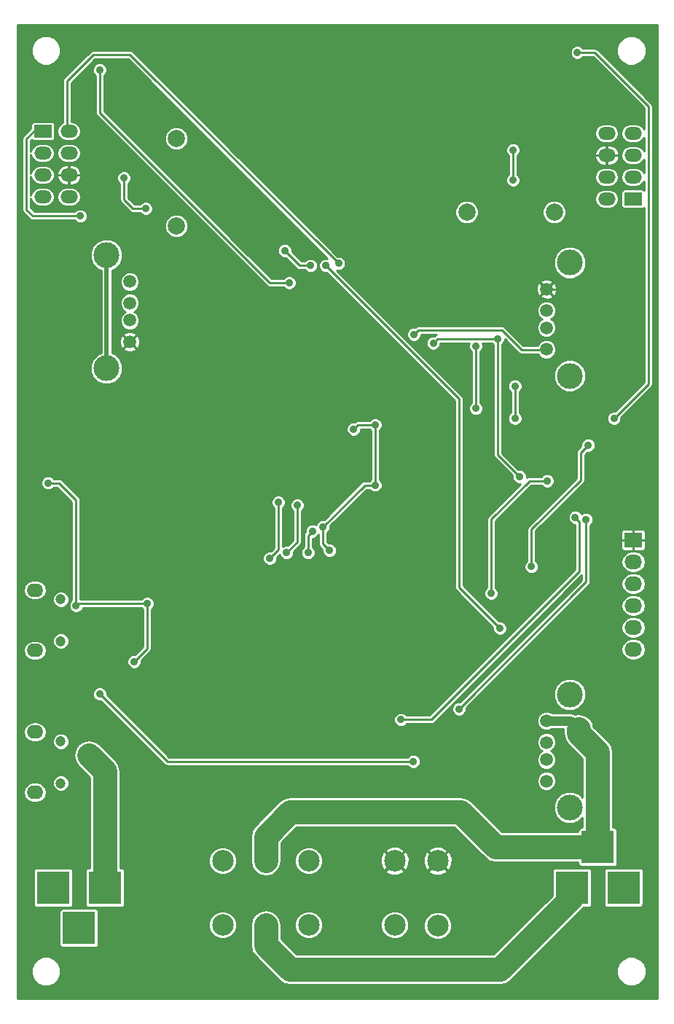
<source format=gbl>
G04 #@! TF.FileFunction,Copper,L2,Bot,Signal*
%FSLAX46Y46*%
G04 Gerber Fmt 4.6, Leading zero omitted, Abs format (unit mm)*
G04 Created by KiCad (PCBNEW 4.0.2-stable) date Monday, 12 December 2016 'pmt' 19:53:29*
%MOMM*%
G01*
G04 APERTURE LIST*
%ADD10C,0.100000*%
%ADD11C,2.500000*%
%ADD12C,2.999740*%
%ADD13C,1.501140*%
%ADD14O,2.000000X1.500000*%
%ADD15R,2.000000X1.500000*%
%ADD16R,3.800000X3.800000*%
%ADD17C,1.998980*%
%ADD18R,2.032000X1.727200*%
%ADD19O,2.032000X1.727200*%
%ADD20C,1.200000*%
%ADD21O,1.900000X1.600000*%
%ADD22C,0.910000*%
%ADD23C,0.254000*%
%ADD24C,2.800000*%
%ADD25C,0.508000*%
%ADD26C,1.116000*%
G04 APERTURE END LIST*
D10*
D11*
X167529520Y-131150480D03*
X152529520Y-131150480D03*
X147529520Y-131150480D03*
X142529520Y-131150480D03*
X142529520Y-138600480D03*
X147529520Y-138600480D03*
X152529520Y-138600480D03*
X167519520Y-138660480D03*
X162529520Y-131150480D03*
X162529520Y-138600480D03*
D12*
X182865380Y-74796460D03*
X182865380Y-61654500D03*
D13*
X180155200Y-71725600D03*
X180155200Y-69226240D03*
X180155200Y-67224720D03*
X180155200Y-64725360D03*
D12*
X129029140Y-60779020D03*
X129029140Y-73920980D03*
D13*
X131739320Y-63849880D03*
X131739320Y-66349240D03*
X131739320Y-68350760D03*
X131739320Y-70850120D03*
D14*
X187164520Y-46635480D03*
X190204520Y-46635480D03*
D15*
X190204520Y-54255480D03*
D14*
X187164520Y-54255480D03*
X190204520Y-51715480D03*
X187164520Y-51715480D03*
X190204520Y-49175480D03*
X187164520Y-49175480D03*
X124670000Y-54010000D03*
X121630000Y-54010000D03*
D15*
X121630000Y-46390000D03*
D14*
X124670000Y-46390000D03*
X121630000Y-48930000D03*
X124670000Y-48930000D03*
X121630000Y-51470000D03*
X124670000Y-51470000D03*
D16*
X183119380Y-134265480D03*
X189118860Y-134265480D03*
X186119120Y-129566480D03*
D12*
X182865380Y-124961460D03*
X182865380Y-111819500D03*
D13*
X180155200Y-121890600D03*
X180155200Y-119391240D03*
X180155200Y-117389720D03*
X180155200Y-114890360D03*
D16*
X128844660Y-134265480D03*
X122845180Y-134265480D03*
X125844920Y-138964480D03*
D17*
X137160000Y-57404000D03*
X137160000Y-47244000D03*
X181051200Y-55778400D03*
X170891200Y-55778400D03*
D18*
X190246000Y-93878400D03*
D19*
X190246000Y-96418400D03*
X190246000Y-98958400D03*
X190246000Y-101498400D03*
X190246000Y-104038400D03*
X190246000Y-106578400D03*
D20*
X123725000Y-100775000D03*
X123725000Y-105625000D03*
D21*
X120725000Y-99687500D03*
X120725000Y-106712500D03*
D20*
X123725000Y-117275000D03*
X123725000Y-122125000D03*
D21*
X120725000Y-116187500D03*
X120725000Y-123212500D03*
D22*
X184861200Y-66141600D03*
X169750000Y-68500000D03*
X160680400Y-61163200D03*
X168148000Y-79756000D03*
X168148000Y-89408000D03*
X181750000Y-92000000D03*
X156000000Y-67000000D03*
X155778200Y-87299800D03*
X153720800Y-87579200D03*
X157556200Y-87249000D03*
X153517600Y-86207600D03*
X153339800Y-84226400D03*
X153500000Y-82250000D03*
X173736000Y-100076000D03*
X180250000Y-87000000D03*
X176500000Y-79750000D03*
X176500000Y-76000000D03*
X128250000Y-111750000D03*
X164699520Y-119600480D03*
X164750000Y-70000000D03*
X126000000Y-56250000D03*
X156000000Y-61750000D03*
X152750000Y-62000000D03*
X149750000Y-60250000D03*
X131064000Y-51816000D03*
X133604000Y-55372000D03*
X127000000Y-118872000D03*
X163250000Y-114750000D03*
X183500000Y-91250000D03*
X184750000Y-91500000D03*
X170000000Y-113500000D03*
X128250000Y-39250000D03*
X150250000Y-64000000D03*
X177000000Y-86500000D03*
X174500000Y-70500000D03*
X167000000Y-71000000D03*
X178409600Y-96977200D03*
X185013600Y-82854800D03*
X154500000Y-62000000D03*
X174752000Y-104140000D03*
X157750000Y-81000000D03*
X160250000Y-87500000D03*
X160250000Y-80500000D03*
X154949520Y-95100480D03*
X154199520Y-92350480D03*
X152449520Y-95350480D03*
X152949520Y-92850480D03*
X122250000Y-87250000D03*
X132250000Y-108000000D03*
X133750000Y-101250000D03*
X125500000Y-101500000D03*
X171949520Y-78600480D03*
X171949520Y-71350480D03*
X151199520Y-89850480D03*
X149949520Y-95350480D03*
X148000000Y-96000000D03*
X149000000Y-89500000D03*
X176276000Y-48564800D03*
X176276000Y-52070000D03*
X188000000Y-79750000D03*
X183750000Y-37250000D03*
D23*
X183444960Y-64725360D02*
X180155200Y-64725360D01*
X184861200Y-66141600D02*
X183444960Y-64725360D01*
X168017200Y-68500000D02*
X169750000Y-68500000D01*
X160680400Y-61163200D02*
X168017200Y-68500000D01*
X168148000Y-89408000D02*
X168148000Y-79756000D01*
X178176000Y-87000000D02*
X173736000Y-91440000D01*
X173736000Y-91440000D02*
X173736000Y-100076000D01*
X180250000Y-87000000D02*
X178308000Y-87000000D01*
X178308000Y-87000000D02*
X178176000Y-87000000D01*
X176500000Y-79750000D02*
X176500000Y-76000000D01*
X136100480Y-119600480D02*
X164699520Y-119600480D01*
X128250000Y-111750000D02*
X136100480Y-119600480D01*
X175000000Y-69500000D02*
X177250000Y-71750000D01*
X175000000Y-69500000D02*
X165250000Y-69500000D01*
X165250000Y-69500000D02*
X164750000Y-70000000D01*
X177250000Y-71750000D02*
X180130800Y-71750000D01*
X180130800Y-71750000D02*
X180155200Y-71725600D01*
X124429520Y-54000480D02*
X124420000Y-54010000D01*
X120610000Y-46390000D02*
X121880000Y-46390000D01*
X119750000Y-47250000D02*
X120610000Y-46390000D01*
X119750000Y-55500000D02*
X119750000Y-47250000D01*
X120500000Y-56250000D02*
X119750000Y-55500000D01*
X126000000Y-56250000D02*
X120500000Y-56250000D01*
X124420000Y-40580000D02*
X124420000Y-46390000D01*
X127500000Y-37500000D02*
X124420000Y-40580000D01*
X131750000Y-37500000D02*
X127500000Y-37500000D01*
X156000000Y-61750000D02*
X131750000Y-37500000D01*
X151500000Y-62000000D02*
X152750000Y-62000000D01*
X149750000Y-60250000D02*
X151500000Y-62000000D01*
X131064000Y-54356000D02*
X132080000Y-55372000D01*
X131064000Y-51816000D02*
X131064000Y-54356000D01*
X132080000Y-55372000D02*
X133604000Y-55372000D01*
D24*
X128844660Y-134265480D02*
X128844660Y-120716660D01*
X128844660Y-120716660D02*
X127000000Y-118872000D01*
D23*
X166750000Y-114750000D02*
X163250000Y-114750000D01*
X184000000Y-97500000D02*
X166750000Y-114750000D01*
X184000000Y-91750000D02*
X184000000Y-97500000D01*
X183500000Y-91250000D02*
X184000000Y-91750000D01*
X184750000Y-98750000D02*
X184750000Y-91500000D01*
X170000000Y-113500000D02*
X184750000Y-98750000D01*
X128250000Y-44250000D02*
X128250000Y-39250000D01*
X148000000Y-64000000D02*
X128250000Y-44250000D01*
X150250000Y-64000000D02*
X148000000Y-64000000D01*
X174500000Y-70500000D02*
X174500000Y-84000000D01*
X174500000Y-84000000D02*
X177000000Y-86500000D01*
X167500000Y-70500000D02*
X174500000Y-70500000D01*
X167000000Y-71000000D02*
X167500000Y-70500000D01*
X178409600Y-92608400D02*
X178409600Y-96977200D01*
X184099200Y-86918800D02*
X178409600Y-92608400D01*
X184099200Y-83769200D02*
X184099200Y-86918800D01*
X185013600Y-82854800D02*
X184099200Y-83769200D01*
X170000000Y-77500000D02*
X170000000Y-99388000D01*
X154500000Y-62000000D02*
X170000000Y-77500000D01*
X170000000Y-99388000D02*
X174752000Y-104140000D01*
X154949520Y-95100480D02*
X154199520Y-94350480D01*
X154199520Y-94350480D02*
X154199520Y-92350480D01*
X160250000Y-87500000D02*
X159050000Y-87500000D01*
X159050000Y-87500000D02*
X154199520Y-92350480D01*
X160250000Y-80500000D02*
X160250000Y-87500000D01*
X158250000Y-80500000D02*
X160250000Y-80500000D01*
X157750000Y-81000000D02*
X158250000Y-80500000D01*
X152449520Y-93350480D02*
X152449520Y-95350480D01*
X152949520Y-92850480D02*
X152449520Y-93350480D01*
X125500000Y-101500000D02*
X125500000Y-89250000D01*
X123500000Y-87250000D02*
X122250000Y-87250000D01*
X125500000Y-89250000D02*
X123500000Y-87250000D01*
X133750000Y-101250000D02*
X133750000Y-106500000D01*
X133750000Y-106500000D02*
X132250000Y-108000000D01*
X125750000Y-101250000D02*
X133750000Y-101250000D01*
X125500000Y-101500000D02*
X125750000Y-101250000D01*
X171949520Y-78600480D02*
X171949520Y-71350480D01*
X149949520Y-95350480D02*
X151199520Y-94100480D01*
X151199520Y-94100480D02*
X151199520Y-89850480D01*
D25*
X129029140Y-60779020D02*
X129029140Y-73920980D01*
D24*
X150368000Y-143764000D02*
X174752000Y-143764000D01*
X150368000Y-143764000D02*
X147529520Y-140925520D01*
X147529520Y-138600480D02*
X147529520Y-140925520D01*
X174752000Y-143764000D02*
X183119380Y-135396620D01*
X183119380Y-135396620D02*
X183119380Y-134265480D01*
X170180000Y-125476000D02*
X150368000Y-125476000D01*
X186119120Y-129566480D02*
X174270480Y-129566480D01*
X174270480Y-129566480D02*
X170180000Y-125476000D01*
X147529520Y-128314480D02*
X147529520Y-131150480D01*
X150368000Y-125476000D02*
X147529520Y-128314480D01*
X183896000Y-115824000D02*
X183896000Y-116332000D01*
D26*
X182962360Y-114890360D02*
X183896000Y-115824000D01*
X180155200Y-114890360D02*
X182962360Y-114890360D01*
D24*
X186119120Y-118555120D02*
X186119120Y-129566480D01*
X183896000Y-116332000D02*
X186119120Y-118555120D01*
D23*
X148000000Y-96000000D02*
X149000000Y-95000000D01*
X149000000Y-95000000D02*
X149000000Y-89500000D01*
X176276000Y-52070000D02*
X176276000Y-48564800D01*
X188000000Y-79750000D02*
X192000000Y-75750000D01*
X192000000Y-75750000D02*
X192000000Y-43500000D01*
X192000000Y-43500000D02*
X185750000Y-37250000D01*
X185750000Y-37250000D02*
X183750000Y-37250000D01*
G36*
X193040000Y-147144480D02*
X118655520Y-147144480D01*
X118655520Y-144342807D01*
X120268700Y-144342807D01*
X120531674Y-144979252D01*
X121018187Y-145466614D01*
X121654172Y-145730699D01*
X122342807Y-145731300D01*
X122979252Y-145468326D01*
X123466614Y-144981813D01*
X123730699Y-144345828D01*
X123731300Y-143657193D01*
X123468326Y-143020748D01*
X122981813Y-142533386D01*
X122345828Y-142269301D01*
X121657193Y-142268700D01*
X121020748Y-142531674D01*
X120533386Y-143018187D01*
X120269301Y-143654172D01*
X120268700Y-144342807D01*
X118655520Y-144342807D01*
X118655520Y-137064480D01*
X123556456Y-137064480D01*
X123556456Y-140864480D01*
X123583023Y-141005670D01*
X123666466Y-141135345D01*
X123793786Y-141222339D01*
X123944920Y-141252944D01*
X127744920Y-141252944D01*
X127886110Y-141226377D01*
X128015785Y-141142934D01*
X128102779Y-141015614D01*
X128133384Y-140864480D01*
X128133384Y-138923483D01*
X140898238Y-138923483D01*
X141146019Y-139523160D01*
X141604427Y-139982368D01*
X142203671Y-140231196D01*
X142852523Y-140231762D01*
X143452200Y-139983981D01*
X143911408Y-139525573D01*
X144160236Y-138926329D01*
X144160520Y-138600480D01*
X145748520Y-138600480D01*
X145748520Y-140925520D01*
X145884091Y-141607079D01*
X146270163Y-142184877D01*
X149108643Y-145023357D01*
X149686441Y-145409429D01*
X150368000Y-145545000D01*
X174752000Y-145545000D01*
X175433559Y-145409429D01*
X176011357Y-145023357D01*
X176691907Y-144342807D01*
X188268700Y-144342807D01*
X188531674Y-144979252D01*
X189018187Y-145466614D01*
X189654172Y-145730699D01*
X190342807Y-145731300D01*
X190979252Y-145468326D01*
X191466614Y-144981813D01*
X191730699Y-144345828D01*
X191731300Y-143657193D01*
X191468326Y-143020748D01*
X190981813Y-142533386D01*
X190345828Y-142269301D01*
X189657193Y-142268700D01*
X189020748Y-142531674D01*
X188533386Y-143018187D01*
X188269301Y-143654172D01*
X188268700Y-144342807D01*
X176691907Y-144342807D01*
X184378737Y-136655977D01*
X184446913Y-136553944D01*
X185019380Y-136553944D01*
X185160570Y-136527377D01*
X185290245Y-136443934D01*
X185377239Y-136316614D01*
X185407844Y-136165480D01*
X185407844Y-132365480D01*
X186830396Y-132365480D01*
X186830396Y-136165480D01*
X186856963Y-136306670D01*
X186940406Y-136436345D01*
X187067726Y-136523339D01*
X187218860Y-136553944D01*
X191018860Y-136553944D01*
X191160050Y-136527377D01*
X191289725Y-136443934D01*
X191376719Y-136316614D01*
X191407324Y-136165480D01*
X191407324Y-132365480D01*
X191380757Y-132224290D01*
X191297314Y-132094615D01*
X191169994Y-132007621D01*
X191018860Y-131977016D01*
X187218860Y-131977016D01*
X187077670Y-132003583D01*
X186947995Y-132087026D01*
X186861001Y-132214346D01*
X186830396Y-132365480D01*
X185407844Y-132365480D01*
X185381277Y-132224290D01*
X185297834Y-132094615D01*
X185170514Y-132007621D01*
X185019380Y-131977016D01*
X181219380Y-131977016D01*
X181078190Y-132003583D01*
X180948515Y-132087026D01*
X180861521Y-132214346D01*
X180830916Y-132365480D01*
X180830916Y-135166370D01*
X174014286Y-141983000D01*
X151105714Y-141983000D01*
X149310520Y-140187806D01*
X149310520Y-138923483D01*
X150898238Y-138923483D01*
X151146019Y-139523160D01*
X151604427Y-139982368D01*
X152203671Y-140231196D01*
X152852523Y-140231762D01*
X153452200Y-139983981D01*
X153911408Y-139525573D01*
X154160236Y-138926329D01*
X154160238Y-138923483D01*
X160898238Y-138923483D01*
X161146019Y-139523160D01*
X161604427Y-139982368D01*
X162203671Y-140231196D01*
X162852523Y-140231762D01*
X163452200Y-139983981D01*
X163911408Y-139525573D01*
X164136503Y-138983483D01*
X165888238Y-138983483D01*
X166136019Y-139583160D01*
X166594427Y-140042368D01*
X167193671Y-140291196D01*
X167842523Y-140291762D01*
X168442200Y-140043981D01*
X168901408Y-139585573D01*
X169150236Y-138986329D01*
X169150802Y-138337477D01*
X168903021Y-137737800D01*
X168444613Y-137278592D01*
X167845369Y-137029764D01*
X167196517Y-137029198D01*
X166596840Y-137276979D01*
X166137632Y-137735387D01*
X165888804Y-138334631D01*
X165888238Y-138983483D01*
X164136503Y-138983483D01*
X164160236Y-138926329D01*
X164160802Y-138277477D01*
X163913021Y-137677800D01*
X163454613Y-137218592D01*
X162855369Y-136969764D01*
X162206517Y-136969198D01*
X161606840Y-137216979D01*
X161147632Y-137675387D01*
X160898804Y-138274631D01*
X160898238Y-138923483D01*
X154160238Y-138923483D01*
X154160802Y-138277477D01*
X153913021Y-137677800D01*
X153454613Y-137218592D01*
X152855369Y-136969764D01*
X152206517Y-136969198D01*
X151606840Y-137216979D01*
X151147632Y-137675387D01*
X150898804Y-138274631D01*
X150898238Y-138923483D01*
X149310520Y-138923483D01*
X149310520Y-138600480D01*
X149174949Y-137918921D01*
X148788877Y-137341123D01*
X148211079Y-136955051D01*
X147529520Y-136819480D01*
X146847961Y-136955051D01*
X146270163Y-137341123D01*
X145884091Y-137918921D01*
X145748520Y-138600480D01*
X144160520Y-138600480D01*
X144160802Y-138277477D01*
X143913021Y-137677800D01*
X143454613Y-137218592D01*
X142855369Y-136969764D01*
X142206517Y-136969198D01*
X141606840Y-137216979D01*
X141147632Y-137675387D01*
X140898804Y-138274631D01*
X140898238Y-138923483D01*
X128133384Y-138923483D01*
X128133384Y-137064480D01*
X128106817Y-136923290D01*
X128023374Y-136793615D01*
X127896054Y-136706621D01*
X127744920Y-136676016D01*
X123944920Y-136676016D01*
X123803730Y-136702583D01*
X123674055Y-136786026D01*
X123587061Y-136913346D01*
X123556456Y-137064480D01*
X118655520Y-137064480D01*
X118655520Y-132365480D01*
X120556716Y-132365480D01*
X120556716Y-136165480D01*
X120583283Y-136306670D01*
X120666726Y-136436345D01*
X120794046Y-136523339D01*
X120945180Y-136553944D01*
X124745180Y-136553944D01*
X124886370Y-136527377D01*
X125016045Y-136443934D01*
X125103039Y-136316614D01*
X125133644Y-136165480D01*
X125133644Y-132365480D01*
X125107077Y-132224290D01*
X125023634Y-132094615D01*
X124896314Y-132007621D01*
X124745180Y-131977016D01*
X120945180Y-131977016D01*
X120803990Y-132003583D01*
X120674315Y-132087026D01*
X120587321Y-132214346D01*
X120556716Y-132365480D01*
X118655520Y-132365480D01*
X118655520Y-123212500D01*
X119367924Y-123212500D01*
X119457822Y-123664449D01*
X119713831Y-124047593D01*
X120096975Y-124303602D01*
X120548924Y-124393500D01*
X120901076Y-124393500D01*
X121353025Y-124303602D01*
X121736169Y-124047593D01*
X121992178Y-123664449D01*
X122082076Y-123212500D01*
X121992178Y-122760551D01*
X121736169Y-122377407D01*
X121649172Y-122319277D01*
X122743830Y-122319277D01*
X122892864Y-122679966D01*
X123168583Y-122956166D01*
X123529011Y-123105829D01*
X123919277Y-123106170D01*
X124279966Y-122957136D01*
X124556166Y-122681417D01*
X124705829Y-122320989D01*
X124706170Y-121930723D01*
X124557136Y-121570034D01*
X124281417Y-121293834D01*
X123920989Y-121144171D01*
X123530723Y-121143830D01*
X123170034Y-121292864D01*
X122893834Y-121568583D01*
X122744171Y-121929011D01*
X122743830Y-122319277D01*
X121649172Y-122319277D01*
X121353025Y-122121398D01*
X120901076Y-122031500D01*
X120548924Y-122031500D01*
X120096975Y-122121398D01*
X119713831Y-122377407D01*
X119457822Y-122760551D01*
X119367924Y-123212500D01*
X118655520Y-123212500D01*
X118655520Y-118872000D01*
X125219000Y-118872000D01*
X125354571Y-119553559D01*
X125740643Y-120131357D01*
X127063660Y-121454374D01*
X127063660Y-131977016D01*
X126944660Y-131977016D01*
X126803470Y-132003583D01*
X126673795Y-132087026D01*
X126586801Y-132214346D01*
X126556196Y-132365480D01*
X126556196Y-136165480D01*
X126582763Y-136306670D01*
X126666206Y-136436345D01*
X126793526Y-136523339D01*
X126944660Y-136553944D01*
X130744660Y-136553944D01*
X130885850Y-136527377D01*
X131015525Y-136443934D01*
X131102519Y-136316614D01*
X131133124Y-136165480D01*
X131133124Y-132365480D01*
X131106557Y-132224290D01*
X131023114Y-132094615D01*
X130895794Y-132007621D01*
X130744660Y-131977016D01*
X130625660Y-131977016D01*
X130625660Y-131473483D01*
X140898238Y-131473483D01*
X141146019Y-132073160D01*
X141604427Y-132532368D01*
X142203671Y-132781196D01*
X142852523Y-132781762D01*
X143452200Y-132533981D01*
X143911408Y-132075573D01*
X144160236Y-131476329D01*
X144160802Y-130827477D01*
X143913021Y-130227800D01*
X143454613Y-129768592D01*
X142855369Y-129519764D01*
X142206517Y-129519198D01*
X141606840Y-129766979D01*
X141147632Y-130225387D01*
X140898804Y-130824631D01*
X140898238Y-131473483D01*
X130625660Y-131473483D01*
X130625660Y-128314480D01*
X145748520Y-128314480D01*
X145748520Y-131150480D01*
X145884091Y-131832039D01*
X146270163Y-132409837D01*
X146847961Y-132795909D01*
X147529520Y-132931480D01*
X148211079Y-132795909D01*
X148788877Y-132409837D01*
X149174949Y-131832039D01*
X149246270Y-131473483D01*
X150898238Y-131473483D01*
X151146019Y-132073160D01*
X151604427Y-132532368D01*
X152203671Y-132781196D01*
X152852523Y-132781762D01*
X153452200Y-132533981D01*
X153686397Y-132300192D01*
X161412334Y-132300192D01*
X161543192Y-132547175D01*
X162152763Y-132818309D01*
X162819693Y-132835532D01*
X163442446Y-132596221D01*
X163515848Y-132547175D01*
X163646706Y-132300192D01*
X166412334Y-132300192D01*
X166543192Y-132547175D01*
X167152763Y-132818309D01*
X167819693Y-132835532D01*
X168442446Y-132596221D01*
X168515848Y-132547175D01*
X168646706Y-132300192D01*
X167529520Y-131183007D01*
X166412334Y-132300192D01*
X163646706Y-132300192D01*
X162529520Y-131183007D01*
X161412334Y-132300192D01*
X153686397Y-132300192D01*
X153911408Y-132075573D01*
X154160236Y-131476329D01*
X154160267Y-131440653D01*
X160844468Y-131440653D01*
X161083779Y-132063406D01*
X161132825Y-132136808D01*
X161379808Y-132267666D01*
X162496993Y-131150480D01*
X162562047Y-131150480D01*
X163679232Y-132267666D01*
X163926215Y-132136808D01*
X164197349Y-131527237D01*
X164199584Y-131440653D01*
X165844468Y-131440653D01*
X166083779Y-132063406D01*
X166132825Y-132136808D01*
X166379808Y-132267666D01*
X167496993Y-131150480D01*
X167562047Y-131150480D01*
X168679232Y-132267666D01*
X168926215Y-132136808D01*
X169197349Y-131527237D01*
X169214572Y-130860307D01*
X168975261Y-130237554D01*
X168926215Y-130164152D01*
X168679232Y-130033294D01*
X167562047Y-131150480D01*
X167496993Y-131150480D01*
X166379808Y-130033294D01*
X166132825Y-130164152D01*
X165861691Y-130773723D01*
X165844468Y-131440653D01*
X164199584Y-131440653D01*
X164214572Y-130860307D01*
X163975261Y-130237554D01*
X163926215Y-130164152D01*
X163679232Y-130033294D01*
X162562047Y-131150480D01*
X162496993Y-131150480D01*
X161379808Y-130033294D01*
X161132825Y-130164152D01*
X160861691Y-130773723D01*
X160844468Y-131440653D01*
X154160267Y-131440653D01*
X154160802Y-130827477D01*
X153913021Y-130227800D01*
X153686385Y-130000768D01*
X161412334Y-130000768D01*
X162529520Y-131117953D01*
X163646706Y-130000768D01*
X166412334Y-130000768D01*
X167529520Y-131117953D01*
X168646706Y-130000768D01*
X168515848Y-129753785D01*
X167906277Y-129482651D01*
X167239347Y-129465428D01*
X166616594Y-129704739D01*
X166543192Y-129753785D01*
X166412334Y-130000768D01*
X163646706Y-130000768D01*
X163515848Y-129753785D01*
X162906277Y-129482651D01*
X162239347Y-129465428D01*
X161616594Y-129704739D01*
X161543192Y-129753785D01*
X161412334Y-130000768D01*
X153686385Y-130000768D01*
X153454613Y-129768592D01*
X152855369Y-129519764D01*
X152206517Y-129519198D01*
X151606840Y-129766979D01*
X151147632Y-130225387D01*
X150898804Y-130824631D01*
X150898238Y-131473483D01*
X149246270Y-131473483D01*
X149310520Y-131150480D01*
X149310520Y-129052194D01*
X151105714Y-127257000D01*
X169442286Y-127257000D01*
X173011123Y-130825837D01*
X173588921Y-131211909D01*
X174270480Y-131347480D01*
X183830656Y-131347480D01*
X183830656Y-131466480D01*
X183857223Y-131607670D01*
X183940666Y-131737345D01*
X184067986Y-131824339D01*
X184219120Y-131854944D01*
X188019120Y-131854944D01*
X188160310Y-131828377D01*
X188289985Y-131744934D01*
X188376979Y-131617614D01*
X188407584Y-131466480D01*
X188407584Y-127666480D01*
X188381017Y-127525290D01*
X188297574Y-127395615D01*
X188170254Y-127308621D01*
X188019120Y-127278016D01*
X187900120Y-127278016D01*
X187900120Y-118555120D01*
X187764549Y-117873561D01*
X187378477Y-117295763D01*
X185619961Y-115537247D01*
X185541429Y-115142441D01*
X185155357Y-114564643D01*
X184577559Y-114178571D01*
X183896000Y-114043000D01*
X183476699Y-114126404D01*
X183321700Y-114022837D01*
X182962360Y-113951360D01*
X180816725Y-113951360D01*
X180797020Y-113931621D01*
X180381271Y-113758987D01*
X179931104Y-113758594D01*
X179515054Y-113930502D01*
X179196461Y-114248540D01*
X179023827Y-114664289D01*
X179023434Y-115114456D01*
X179195342Y-115530506D01*
X179513380Y-115849099D01*
X179929129Y-116021733D01*
X180379296Y-116022126D01*
X180795346Y-115850218D01*
X180816240Y-115829360D01*
X182115000Y-115829360D01*
X182115000Y-116332000D01*
X182250571Y-117013559D01*
X182636643Y-117591357D01*
X184338120Y-119292834D01*
X184338120Y-123774498D01*
X183932198Y-123367866D01*
X183241149Y-123080918D01*
X182492893Y-123080265D01*
X181801345Y-123366007D01*
X181271786Y-123894642D01*
X180984838Y-124585691D01*
X180984185Y-125333947D01*
X181269927Y-126025495D01*
X181798562Y-126555054D01*
X182489611Y-126842002D01*
X183237867Y-126842655D01*
X183929415Y-126556913D01*
X184338120Y-126148921D01*
X184338120Y-127278016D01*
X184219120Y-127278016D01*
X184077930Y-127304583D01*
X183948255Y-127388026D01*
X183861261Y-127515346D01*
X183830656Y-127666480D01*
X183830656Y-127785480D01*
X175008194Y-127785480D01*
X171439357Y-124216643D01*
X170861559Y-123830571D01*
X170180000Y-123695000D01*
X150368000Y-123695000D01*
X149686441Y-123830571D01*
X149108643Y-124216643D01*
X146270163Y-127055123D01*
X145884091Y-127632921D01*
X145748520Y-128314480D01*
X130625660Y-128314480D01*
X130625660Y-122114696D01*
X179023434Y-122114696D01*
X179195342Y-122530746D01*
X179513380Y-122849339D01*
X179929129Y-123021973D01*
X180379296Y-123022366D01*
X180795346Y-122850458D01*
X181113939Y-122532420D01*
X181286573Y-122116671D01*
X181286966Y-121666504D01*
X181115058Y-121250454D01*
X180797020Y-120931861D01*
X180381271Y-120759227D01*
X179931104Y-120758834D01*
X179515054Y-120930742D01*
X179196461Y-121248780D01*
X179023827Y-121664529D01*
X179023434Y-122114696D01*
X130625660Y-122114696D01*
X130625660Y-120716660D01*
X130490089Y-120035101D01*
X130104017Y-119457303D01*
X128259357Y-117612643D01*
X127681559Y-117226571D01*
X127000000Y-117091000D01*
X126318441Y-117226571D01*
X125740643Y-117612643D01*
X125354571Y-118190441D01*
X125219000Y-118872000D01*
X118655520Y-118872000D01*
X118655520Y-117469277D01*
X122743830Y-117469277D01*
X122892864Y-117829966D01*
X123168583Y-118106166D01*
X123529011Y-118255829D01*
X123919277Y-118256170D01*
X124279966Y-118107136D01*
X124556166Y-117831417D01*
X124705829Y-117470989D01*
X124706170Y-117080723D01*
X124557136Y-116720034D01*
X124281417Y-116443834D01*
X123920989Y-116294171D01*
X123530723Y-116293830D01*
X123170034Y-116442864D01*
X122893834Y-116718583D01*
X122744171Y-117079011D01*
X122743830Y-117469277D01*
X118655520Y-117469277D01*
X118655520Y-116187500D01*
X119367924Y-116187500D01*
X119457822Y-116639449D01*
X119713831Y-117022593D01*
X120096975Y-117278602D01*
X120548924Y-117368500D01*
X120901076Y-117368500D01*
X121353025Y-117278602D01*
X121736169Y-117022593D01*
X121992178Y-116639449D01*
X122082076Y-116187500D01*
X121992178Y-115735551D01*
X121736169Y-115352407D01*
X121353025Y-115096398D01*
X120901076Y-115006500D01*
X120548924Y-115006500D01*
X120096975Y-115096398D01*
X119713831Y-115352407D01*
X119457822Y-115735551D01*
X119367924Y-116187500D01*
X118655520Y-116187500D01*
X118655520Y-111915561D01*
X127413855Y-111915561D01*
X127540861Y-112222937D01*
X127775826Y-112458313D01*
X128082980Y-112585854D01*
X128367683Y-112586103D01*
X135741270Y-119959690D01*
X135906076Y-120069811D01*
X135938330Y-120076226D01*
X136100480Y-120108480D01*
X164025383Y-120108480D01*
X164225346Y-120308793D01*
X164532500Y-120436334D01*
X164865081Y-120436625D01*
X165172457Y-120309619D01*
X165407833Y-120074654D01*
X165535374Y-119767500D01*
X165535665Y-119434919D01*
X165408659Y-119127543D01*
X165173694Y-118892167D01*
X164866540Y-118764626D01*
X164533959Y-118764335D01*
X164226583Y-118891341D01*
X164025092Y-119092480D01*
X136310900Y-119092480D01*
X134832236Y-117613816D01*
X179023434Y-117613816D01*
X179195342Y-118029866D01*
X179513380Y-118348459D01*
X179614312Y-118390370D01*
X179515054Y-118431382D01*
X179196461Y-118749420D01*
X179023827Y-119165169D01*
X179023434Y-119615336D01*
X179195342Y-120031386D01*
X179513380Y-120349979D01*
X179929129Y-120522613D01*
X180379296Y-120523006D01*
X180795346Y-120351098D01*
X181113939Y-120033060D01*
X181286573Y-119617311D01*
X181286966Y-119167144D01*
X181115058Y-118751094D01*
X180797020Y-118432501D01*
X180696088Y-118390590D01*
X180795346Y-118349578D01*
X181113939Y-118031540D01*
X181286573Y-117615791D01*
X181286966Y-117165624D01*
X181115058Y-116749574D01*
X180797020Y-116430981D01*
X180381271Y-116258347D01*
X179931104Y-116257954D01*
X179515054Y-116429862D01*
X179196461Y-116747900D01*
X179023827Y-117163649D01*
X179023434Y-117613816D01*
X134832236Y-117613816D01*
X132133981Y-114915561D01*
X162413855Y-114915561D01*
X162540861Y-115222937D01*
X162775826Y-115458313D01*
X163082980Y-115585854D01*
X163415561Y-115586145D01*
X163722937Y-115459139D01*
X163924428Y-115258000D01*
X166750000Y-115258000D01*
X166944403Y-115219331D01*
X167109210Y-115109210D01*
X184242000Y-97976420D01*
X184242000Y-98539580D01*
X170117477Y-112664103D01*
X169834439Y-112663855D01*
X169527063Y-112790861D01*
X169291687Y-113025826D01*
X169164146Y-113332980D01*
X169163855Y-113665561D01*
X169290861Y-113972937D01*
X169525826Y-114208313D01*
X169832980Y-114335854D01*
X170165561Y-114336145D01*
X170472937Y-114209139D01*
X170708313Y-113974174D01*
X170835854Y-113667020D01*
X170836103Y-113382317D01*
X172026433Y-112191987D01*
X180984185Y-112191987D01*
X181269927Y-112883535D01*
X181798562Y-113413094D01*
X182489611Y-113700042D01*
X183237867Y-113700695D01*
X183929415Y-113414953D01*
X184458974Y-112886318D01*
X184745922Y-112195269D01*
X184746575Y-111447013D01*
X184460833Y-110755465D01*
X183932198Y-110225906D01*
X183241149Y-109938958D01*
X182492893Y-109938305D01*
X181801345Y-110224047D01*
X181271786Y-110752682D01*
X180984838Y-111443731D01*
X180984185Y-112191987D01*
X172026433Y-112191987D01*
X177640020Y-106578400D01*
X188821631Y-106578400D01*
X188916371Y-107054688D01*
X189186166Y-107458465D01*
X189589943Y-107728260D01*
X190066231Y-107823000D01*
X190425769Y-107823000D01*
X190902057Y-107728260D01*
X191305834Y-107458465D01*
X191575629Y-107054688D01*
X191670369Y-106578400D01*
X191575629Y-106102112D01*
X191305834Y-105698335D01*
X190902057Y-105428540D01*
X190425769Y-105333800D01*
X190066231Y-105333800D01*
X189589943Y-105428540D01*
X189186166Y-105698335D01*
X188916371Y-106102112D01*
X188821631Y-106578400D01*
X177640020Y-106578400D01*
X180180020Y-104038400D01*
X188821631Y-104038400D01*
X188916371Y-104514688D01*
X189186166Y-104918465D01*
X189589943Y-105188260D01*
X190066231Y-105283000D01*
X190425769Y-105283000D01*
X190902057Y-105188260D01*
X191305834Y-104918465D01*
X191575629Y-104514688D01*
X191670369Y-104038400D01*
X191575629Y-103562112D01*
X191305834Y-103158335D01*
X190902057Y-102888540D01*
X190425769Y-102793800D01*
X190066231Y-102793800D01*
X189589943Y-102888540D01*
X189186166Y-103158335D01*
X188916371Y-103562112D01*
X188821631Y-104038400D01*
X180180020Y-104038400D01*
X182720020Y-101498400D01*
X188821631Y-101498400D01*
X188916371Y-101974688D01*
X189186166Y-102378465D01*
X189589943Y-102648260D01*
X190066231Y-102743000D01*
X190425769Y-102743000D01*
X190902057Y-102648260D01*
X191305834Y-102378465D01*
X191575629Y-101974688D01*
X191670369Y-101498400D01*
X191575629Y-101022112D01*
X191305834Y-100618335D01*
X190902057Y-100348540D01*
X190425769Y-100253800D01*
X190066231Y-100253800D01*
X189589943Y-100348540D01*
X189186166Y-100618335D01*
X188916371Y-101022112D01*
X188821631Y-101498400D01*
X182720020Y-101498400D01*
X185109210Y-99109210D01*
X185209978Y-98958400D01*
X188821631Y-98958400D01*
X188916371Y-99434688D01*
X189186166Y-99838465D01*
X189589943Y-100108260D01*
X190066231Y-100203000D01*
X190425769Y-100203000D01*
X190902057Y-100108260D01*
X191305834Y-99838465D01*
X191575629Y-99434688D01*
X191670369Y-98958400D01*
X191575629Y-98482112D01*
X191305834Y-98078335D01*
X190902057Y-97808540D01*
X190425769Y-97713800D01*
X190066231Y-97713800D01*
X189589943Y-97808540D01*
X189186166Y-98078335D01*
X188916371Y-98482112D01*
X188821631Y-98958400D01*
X185209978Y-98958400D01*
X185219331Y-98944403D01*
X185258000Y-98750000D01*
X185258000Y-96418400D01*
X188821631Y-96418400D01*
X188916371Y-96894688D01*
X189186166Y-97298465D01*
X189589943Y-97568260D01*
X190066231Y-97663000D01*
X190425769Y-97663000D01*
X190902057Y-97568260D01*
X191305834Y-97298465D01*
X191575629Y-96894688D01*
X191670369Y-96418400D01*
X191575629Y-95942112D01*
X191305834Y-95538335D01*
X190902057Y-95268540D01*
X190425769Y-95173800D01*
X190066231Y-95173800D01*
X189589943Y-95268540D01*
X189186166Y-95538335D01*
X188916371Y-95942112D01*
X188821631Y-96418400D01*
X185258000Y-96418400D01*
X185258000Y-94008150D01*
X188803000Y-94008150D01*
X188803000Y-94826936D01*
X188868007Y-94983876D01*
X188988124Y-95103993D01*
X189145065Y-95169000D01*
X190116250Y-95169000D01*
X190223000Y-95062250D01*
X190223000Y-93901400D01*
X190269000Y-93901400D01*
X190269000Y-95062250D01*
X190375750Y-95169000D01*
X191346935Y-95169000D01*
X191503876Y-95103993D01*
X191623993Y-94983876D01*
X191689000Y-94826936D01*
X191689000Y-94008150D01*
X191582250Y-93901400D01*
X190269000Y-93901400D01*
X190223000Y-93901400D01*
X188909750Y-93901400D01*
X188803000Y-94008150D01*
X185258000Y-94008150D01*
X185258000Y-92929864D01*
X188803000Y-92929864D01*
X188803000Y-93748650D01*
X188909750Y-93855400D01*
X190223000Y-93855400D01*
X190223000Y-92694550D01*
X190269000Y-92694550D01*
X190269000Y-93855400D01*
X191582250Y-93855400D01*
X191689000Y-93748650D01*
X191689000Y-92929864D01*
X191623993Y-92772924D01*
X191503876Y-92652807D01*
X191346935Y-92587800D01*
X190375750Y-92587800D01*
X190269000Y-92694550D01*
X190223000Y-92694550D01*
X190116250Y-92587800D01*
X189145065Y-92587800D01*
X188988124Y-92652807D01*
X188868007Y-92772924D01*
X188803000Y-92929864D01*
X185258000Y-92929864D01*
X185258000Y-92174137D01*
X185458313Y-91974174D01*
X185585854Y-91667020D01*
X185586145Y-91334439D01*
X185459139Y-91027063D01*
X185224174Y-90791687D01*
X184917020Y-90664146D01*
X184584439Y-90663855D01*
X184277063Y-90790861D01*
X184233011Y-90834836D01*
X184209139Y-90777063D01*
X183974174Y-90541687D01*
X183667020Y-90414146D01*
X183334439Y-90413855D01*
X183027063Y-90540861D01*
X182791687Y-90775826D01*
X182664146Y-91082980D01*
X182663855Y-91415561D01*
X182790861Y-91722937D01*
X183025826Y-91958313D01*
X183332980Y-92085854D01*
X183492000Y-92085993D01*
X183492000Y-97289580D01*
X166539580Y-114242000D01*
X163924137Y-114242000D01*
X163724174Y-114041687D01*
X163417020Y-113914146D01*
X163084439Y-113913855D01*
X162777063Y-114040861D01*
X162541687Y-114275826D01*
X162414146Y-114582980D01*
X162413855Y-114915561D01*
X132133981Y-114915561D01*
X129085897Y-111867477D01*
X129086145Y-111584439D01*
X128959139Y-111277063D01*
X128724174Y-111041687D01*
X128417020Y-110914146D01*
X128084439Y-110913855D01*
X127777063Y-111040861D01*
X127541687Y-111275826D01*
X127414146Y-111582980D01*
X127413855Y-111915561D01*
X118655520Y-111915561D01*
X118655520Y-106712500D01*
X119367924Y-106712500D01*
X119457822Y-107164449D01*
X119713831Y-107547593D01*
X120096975Y-107803602D01*
X120548924Y-107893500D01*
X120901076Y-107893500D01*
X121353025Y-107803602D01*
X121736169Y-107547593D01*
X121992178Y-107164449D01*
X122082076Y-106712500D01*
X121992178Y-106260551D01*
X121736169Y-105877407D01*
X121649172Y-105819277D01*
X122743830Y-105819277D01*
X122892864Y-106179966D01*
X123168583Y-106456166D01*
X123529011Y-106605829D01*
X123919277Y-106606170D01*
X124279966Y-106457136D01*
X124556166Y-106181417D01*
X124705829Y-105820989D01*
X124706170Y-105430723D01*
X124557136Y-105070034D01*
X124281417Y-104793834D01*
X123920989Y-104644171D01*
X123530723Y-104643830D01*
X123170034Y-104792864D01*
X122893834Y-105068583D01*
X122744171Y-105429011D01*
X122743830Y-105819277D01*
X121649172Y-105819277D01*
X121353025Y-105621398D01*
X120901076Y-105531500D01*
X120548924Y-105531500D01*
X120096975Y-105621398D01*
X119713831Y-105877407D01*
X119457822Y-106260551D01*
X119367924Y-106712500D01*
X118655520Y-106712500D01*
X118655520Y-100969277D01*
X122743830Y-100969277D01*
X122892864Y-101329966D01*
X123168583Y-101606166D01*
X123529011Y-101755829D01*
X123919277Y-101756170D01*
X124279966Y-101607136D01*
X124556166Y-101331417D01*
X124705829Y-100970989D01*
X124706170Y-100580723D01*
X124557136Y-100220034D01*
X124281417Y-99943834D01*
X123920989Y-99794171D01*
X123530723Y-99793830D01*
X123170034Y-99942864D01*
X122893834Y-100218583D01*
X122744171Y-100579011D01*
X122743830Y-100969277D01*
X118655520Y-100969277D01*
X118655520Y-99687500D01*
X119367924Y-99687500D01*
X119457822Y-100139449D01*
X119713831Y-100522593D01*
X120096975Y-100778602D01*
X120548924Y-100868500D01*
X120901076Y-100868500D01*
X121353025Y-100778602D01*
X121736169Y-100522593D01*
X121992178Y-100139449D01*
X122082076Y-99687500D01*
X121992178Y-99235551D01*
X121736169Y-98852407D01*
X121353025Y-98596398D01*
X120901076Y-98506500D01*
X120548924Y-98506500D01*
X120096975Y-98596398D01*
X119713831Y-98852407D01*
X119457822Y-99235551D01*
X119367924Y-99687500D01*
X118655520Y-99687500D01*
X118655520Y-87415561D01*
X121413855Y-87415561D01*
X121540861Y-87722937D01*
X121775826Y-87958313D01*
X122082980Y-88085854D01*
X122415561Y-88086145D01*
X122722937Y-87959139D01*
X122924428Y-87758000D01*
X123289580Y-87758000D01*
X124992000Y-89460420D01*
X124992000Y-100825863D01*
X124791687Y-101025826D01*
X124664146Y-101332980D01*
X124663855Y-101665561D01*
X124790861Y-101972937D01*
X125025826Y-102208313D01*
X125332980Y-102335854D01*
X125665561Y-102336145D01*
X125972937Y-102209139D01*
X126208313Y-101974174D01*
X126298076Y-101758000D01*
X133075863Y-101758000D01*
X133242000Y-101924428D01*
X133242000Y-106289580D01*
X132367477Y-107164103D01*
X132084439Y-107163855D01*
X131777063Y-107290861D01*
X131541687Y-107525826D01*
X131414146Y-107832980D01*
X131413855Y-108165561D01*
X131540861Y-108472937D01*
X131775826Y-108708313D01*
X132082980Y-108835854D01*
X132415561Y-108836145D01*
X132722937Y-108709139D01*
X132958313Y-108474174D01*
X133085854Y-108167020D01*
X133086103Y-107882317D01*
X134109210Y-106859210D01*
X134219331Y-106694404D01*
X134225746Y-106662150D01*
X134258000Y-106500000D01*
X134258000Y-101924137D01*
X134458313Y-101724174D01*
X134585854Y-101417020D01*
X134586145Y-101084439D01*
X134459139Y-100777063D01*
X134224174Y-100541687D01*
X133917020Y-100414146D01*
X133584439Y-100413855D01*
X133277063Y-100540861D01*
X133075572Y-100742000D01*
X126008000Y-100742000D01*
X126008000Y-96165561D01*
X147163855Y-96165561D01*
X147290861Y-96472937D01*
X147525826Y-96708313D01*
X147832980Y-96835854D01*
X148165561Y-96836145D01*
X148472937Y-96709139D01*
X148708313Y-96474174D01*
X148835854Y-96167020D01*
X148836103Y-95882317D01*
X149139399Y-95579022D01*
X149240381Y-95823417D01*
X149475346Y-96058793D01*
X149782500Y-96186334D01*
X150115081Y-96186625D01*
X150422457Y-96059619D01*
X150657833Y-95824654D01*
X150785374Y-95517500D01*
X150785375Y-95516041D01*
X151613375Y-95516041D01*
X151740381Y-95823417D01*
X151975346Y-96058793D01*
X152282500Y-96186334D01*
X152615081Y-96186625D01*
X152922457Y-96059619D01*
X153157833Y-95824654D01*
X153285374Y-95517500D01*
X153285665Y-95184919D01*
X153158659Y-94877543D01*
X152957520Y-94676052D01*
X152957520Y-93686487D01*
X153115081Y-93686625D01*
X153422457Y-93559619D01*
X153657833Y-93324654D01*
X153691520Y-93243526D01*
X153691520Y-94350480D01*
X153730189Y-94544883D01*
X153840310Y-94709690D01*
X154113623Y-94983003D01*
X154113375Y-95266041D01*
X154240381Y-95573417D01*
X154475346Y-95808793D01*
X154782500Y-95936334D01*
X155115081Y-95936625D01*
X155422457Y-95809619D01*
X155657833Y-95574654D01*
X155785374Y-95267500D01*
X155785665Y-94934919D01*
X155658659Y-94627543D01*
X155423694Y-94392167D01*
X155116540Y-94264626D01*
X154831837Y-94264377D01*
X154707520Y-94140060D01*
X154707520Y-93024617D01*
X154907833Y-92824654D01*
X155035374Y-92517500D01*
X155035623Y-92232797D01*
X159260421Y-88008000D01*
X159575863Y-88008000D01*
X159775826Y-88208313D01*
X160082980Y-88335854D01*
X160415561Y-88336145D01*
X160722937Y-88209139D01*
X160958313Y-87974174D01*
X161085854Y-87667020D01*
X161086145Y-87334439D01*
X160959139Y-87027063D01*
X160758000Y-86825572D01*
X160758000Y-81174137D01*
X160958313Y-80974174D01*
X161085854Y-80667020D01*
X161086145Y-80334439D01*
X160959139Y-80027063D01*
X160724174Y-79791687D01*
X160417020Y-79664146D01*
X160084439Y-79663855D01*
X159777063Y-79790861D01*
X159575572Y-79992000D01*
X158250000Y-79992000D01*
X158055597Y-80030669D01*
X157890790Y-80140790D01*
X157867477Y-80164103D01*
X157584439Y-80163855D01*
X157277063Y-80290861D01*
X157041687Y-80525826D01*
X156914146Y-80832980D01*
X156913855Y-81165561D01*
X157040861Y-81472937D01*
X157275826Y-81708313D01*
X157582980Y-81835854D01*
X157915561Y-81836145D01*
X158222937Y-81709139D01*
X158458313Y-81474174D01*
X158585854Y-81167020D01*
X158585993Y-81008000D01*
X159575863Y-81008000D01*
X159742000Y-81174428D01*
X159742000Y-86825863D01*
X159575572Y-86992000D01*
X159050000Y-86992000D01*
X158855597Y-87030669D01*
X158690790Y-87140789D01*
X154316997Y-91514583D01*
X154033959Y-91514335D01*
X153726583Y-91641341D01*
X153491207Y-91876306D01*
X153387119Y-92126980D01*
X153116540Y-92014626D01*
X152783959Y-92014335D01*
X152476583Y-92141341D01*
X152241207Y-92376306D01*
X152113666Y-92683460D01*
X152113417Y-92968163D01*
X152090310Y-92991270D01*
X151980189Y-93156077D01*
X151941520Y-93350480D01*
X151941520Y-94676343D01*
X151741207Y-94876306D01*
X151613666Y-95183460D01*
X151613375Y-95516041D01*
X150785375Y-95516041D01*
X150785623Y-95232797D01*
X151558730Y-94459690D01*
X151668851Y-94294883D01*
X151707520Y-94100480D01*
X151707520Y-90524617D01*
X151907833Y-90324654D01*
X152035374Y-90017500D01*
X152035665Y-89684919D01*
X151908659Y-89377543D01*
X151673694Y-89142167D01*
X151366540Y-89014626D01*
X151033959Y-89014335D01*
X150726583Y-89141341D01*
X150491207Y-89376306D01*
X150363666Y-89683460D01*
X150363375Y-90016041D01*
X150490381Y-90323417D01*
X150691520Y-90524908D01*
X150691520Y-93890060D01*
X150066997Y-94514583D01*
X149783959Y-94514335D01*
X149508000Y-94628360D01*
X149508000Y-90174137D01*
X149708313Y-89974174D01*
X149835854Y-89667020D01*
X149836145Y-89334439D01*
X149709139Y-89027063D01*
X149474174Y-88791687D01*
X149167020Y-88664146D01*
X148834439Y-88663855D01*
X148527063Y-88790861D01*
X148291687Y-89025826D01*
X148164146Y-89332980D01*
X148163855Y-89665561D01*
X148290861Y-89972937D01*
X148492000Y-90174428D01*
X148492000Y-94789579D01*
X148117477Y-95164103D01*
X147834439Y-95163855D01*
X147527063Y-95290861D01*
X147291687Y-95525826D01*
X147164146Y-95832980D01*
X147163855Y-96165561D01*
X126008000Y-96165561D01*
X126008000Y-89250000D01*
X125986551Y-89142167D01*
X125969331Y-89055596D01*
X125859210Y-88890790D01*
X123859210Y-86890790D01*
X123694403Y-86780669D01*
X123500000Y-86742000D01*
X122924137Y-86742000D01*
X122724174Y-86541687D01*
X122417020Y-86414146D01*
X122084439Y-86413855D01*
X121777063Y-86540861D01*
X121541687Y-86775826D01*
X121414146Y-87082980D01*
X121413855Y-87415561D01*
X118655520Y-87415561D01*
X118655520Y-61151507D01*
X127147945Y-61151507D01*
X127433687Y-61843055D01*
X127962322Y-62372614D01*
X128394140Y-62551920D01*
X128394140Y-72148253D01*
X127965105Y-72325527D01*
X127435546Y-72854162D01*
X127148598Y-73545211D01*
X127147945Y-74293467D01*
X127433687Y-74985015D01*
X127962322Y-75514574D01*
X128653371Y-75801522D01*
X129401627Y-75802175D01*
X130093175Y-75516433D01*
X130622734Y-74987798D01*
X130909682Y-74296749D01*
X130910335Y-73548493D01*
X130624593Y-72856945D01*
X130095958Y-72327386D01*
X129664140Y-72148080D01*
X129664140Y-71639709D01*
X130982258Y-71639709D01*
X131052338Y-71834799D01*
X131481452Y-72022742D01*
X131949824Y-72032164D01*
X132386149Y-71861629D01*
X132426302Y-71834799D01*
X132496382Y-71639709D01*
X131739320Y-70882647D01*
X130982258Y-71639709D01*
X129664140Y-71639709D01*
X129664140Y-71060624D01*
X130557276Y-71060624D01*
X130727811Y-71496949D01*
X130754641Y-71537102D01*
X130949731Y-71607182D01*
X131706793Y-70850120D01*
X131771847Y-70850120D01*
X132528909Y-71607182D01*
X132723999Y-71537102D01*
X132911942Y-71107988D01*
X132921364Y-70639616D01*
X132750829Y-70203291D01*
X132723999Y-70163138D01*
X132528909Y-70093058D01*
X131771847Y-70850120D01*
X131706793Y-70850120D01*
X130949731Y-70093058D01*
X130754641Y-70163138D01*
X130566698Y-70592252D01*
X130557276Y-71060624D01*
X129664140Y-71060624D01*
X129664140Y-70060531D01*
X130982258Y-70060531D01*
X131739320Y-70817593D01*
X132496382Y-70060531D01*
X132426302Y-69865441D01*
X131997188Y-69677498D01*
X131528816Y-69668076D01*
X131092491Y-69838611D01*
X131052338Y-69865441D01*
X130982258Y-70060531D01*
X129664140Y-70060531D01*
X129664140Y-66573336D01*
X130607554Y-66573336D01*
X130779462Y-66989386D01*
X131097500Y-67307979D01*
X131198432Y-67349890D01*
X131099174Y-67390902D01*
X130780581Y-67708940D01*
X130607947Y-68124689D01*
X130607554Y-68574856D01*
X130779462Y-68990906D01*
X131097500Y-69309499D01*
X131513249Y-69482133D01*
X131963416Y-69482526D01*
X132379466Y-69310618D01*
X132698059Y-68992580D01*
X132870693Y-68576831D01*
X132871086Y-68126664D01*
X132699178Y-67710614D01*
X132381140Y-67392021D01*
X132280208Y-67350110D01*
X132379466Y-67309098D01*
X132698059Y-66991060D01*
X132870693Y-66575311D01*
X132871086Y-66125144D01*
X132699178Y-65709094D01*
X132381140Y-65390501D01*
X131965391Y-65217867D01*
X131515224Y-65217474D01*
X131099174Y-65389382D01*
X130780581Y-65707420D01*
X130607947Y-66123169D01*
X130607554Y-66573336D01*
X129664140Y-66573336D01*
X129664140Y-64073976D01*
X130607554Y-64073976D01*
X130779462Y-64490026D01*
X131097500Y-64808619D01*
X131513249Y-64981253D01*
X131963416Y-64981646D01*
X132379466Y-64809738D01*
X132698059Y-64491700D01*
X132870693Y-64075951D01*
X132871086Y-63625784D01*
X132699178Y-63209734D01*
X132381140Y-62891141D01*
X131965391Y-62718507D01*
X131515224Y-62718114D01*
X131099174Y-62890022D01*
X130780581Y-63208060D01*
X130607947Y-63623809D01*
X130607554Y-64073976D01*
X129664140Y-64073976D01*
X129664140Y-62551747D01*
X130093175Y-62374473D01*
X130622734Y-61845838D01*
X130909682Y-61154789D01*
X130910335Y-60406533D01*
X130624593Y-59714985D01*
X130095958Y-59185426D01*
X129404909Y-58898478D01*
X128656653Y-58897825D01*
X127965105Y-59183567D01*
X127435546Y-59712202D01*
X127148598Y-60403251D01*
X127147945Y-61151507D01*
X118655520Y-61151507D01*
X118655520Y-57677392D01*
X135779271Y-57677392D01*
X135988995Y-58184963D01*
X136376994Y-58573640D01*
X136884199Y-58784249D01*
X137433392Y-58784729D01*
X137940963Y-58575005D01*
X138329640Y-58187006D01*
X138540249Y-57679801D01*
X138540729Y-57130608D01*
X138331005Y-56623037D01*
X137943006Y-56234360D01*
X137435801Y-56023751D01*
X136886608Y-56023271D01*
X136379037Y-56232995D01*
X135990360Y-56620994D01*
X135779751Y-57128199D01*
X135779271Y-57677392D01*
X118655520Y-57677392D01*
X118655520Y-47250000D01*
X119242000Y-47250000D01*
X119242000Y-55500000D01*
X119280669Y-55694403D01*
X119390790Y-55859210D01*
X120140790Y-56609210D01*
X120305596Y-56719331D01*
X120500000Y-56758000D01*
X125325863Y-56758000D01*
X125525826Y-56958313D01*
X125832980Y-57085854D01*
X126165561Y-57086145D01*
X126472937Y-56959139D01*
X126708313Y-56724174D01*
X126835854Y-56417020D01*
X126836145Y-56084439D01*
X126709139Y-55777063D01*
X126474174Y-55541687D01*
X126167020Y-55414146D01*
X125834439Y-55413855D01*
X125527063Y-55540861D01*
X125325572Y-55742000D01*
X120710420Y-55742000D01*
X120258000Y-55289580D01*
X120258000Y-54191261D01*
X120308037Y-54442815D01*
X120553207Y-54809738D01*
X120920130Y-55054908D01*
X121352945Y-55141000D01*
X121907055Y-55141000D01*
X122339870Y-55054908D01*
X122706793Y-54809738D01*
X122951963Y-54442815D01*
X123038055Y-54010000D01*
X123261945Y-54010000D01*
X123348037Y-54442815D01*
X123593207Y-54809738D01*
X123960130Y-55054908D01*
X124392945Y-55141000D01*
X124947055Y-55141000D01*
X125379870Y-55054908D01*
X125746793Y-54809738D01*
X125991963Y-54442815D01*
X126078055Y-54010000D01*
X125991963Y-53577185D01*
X125746793Y-53210262D01*
X125379870Y-52965092D01*
X124947055Y-52879000D01*
X124392945Y-52879000D01*
X123960130Y-52965092D01*
X123593207Y-53210262D01*
X123348037Y-53577185D01*
X123261945Y-54010000D01*
X123038055Y-54010000D01*
X122951963Y-53577185D01*
X122706793Y-53210262D01*
X122339870Y-52965092D01*
X121907055Y-52879000D01*
X121352945Y-52879000D01*
X120920130Y-52965092D01*
X120553207Y-53210262D01*
X120308037Y-53577185D01*
X120258000Y-53828739D01*
X120258000Y-51651261D01*
X120308037Y-51902815D01*
X120553207Y-52269738D01*
X120920130Y-52514908D01*
X121352945Y-52601000D01*
X121907055Y-52601000D01*
X122339870Y-52514908D01*
X122706793Y-52269738D01*
X122951963Y-51902815D01*
X122996919Y-51676805D01*
X123261311Y-51676805D01*
X123323792Y-51899169D01*
X123571472Y-52286001D01*
X123948332Y-52548604D01*
X124397000Y-52647000D01*
X124647000Y-52647000D01*
X124647000Y-51493000D01*
X124693000Y-51493000D01*
X124693000Y-52647000D01*
X124943000Y-52647000D01*
X125391668Y-52548604D01*
X125768528Y-52286001D01*
X125963454Y-51981561D01*
X130227855Y-51981561D01*
X130354861Y-52288937D01*
X130556000Y-52490428D01*
X130556000Y-54356000D01*
X130594669Y-54550403D01*
X130704790Y-54715210D01*
X131720790Y-55731210D01*
X131885597Y-55841331D01*
X132080000Y-55880000D01*
X132929863Y-55880000D01*
X133129826Y-56080313D01*
X133436980Y-56207854D01*
X133769561Y-56208145D01*
X134076937Y-56081139D01*
X134312313Y-55846174D01*
X134439854Y-55539020D01*
X134440145Y-55206439D01*
X134313139Y-54899063D01*
X134078174Y-54663687D01*
X133771020Y-54536146D01*
X133438439Y-54535855D01*
X133131063Y-54662861D01*
X132929572Y-54864000D01*
X132290420Y-54864000D01*
X131572000Y-54145580D01*
X131572000Y-52490137D01*
X131772313Y-52290174D01*
X131899854Y-51983020D01*
X131900145Y-51650439D01*
X131773139Y-51343063D01*
X131538174Y-51107687D01*
X131231020Y-50980146D01*
X130898439Y-50979855D01*
X130591063Y-51106861D01*
X130355687Y-51341826D01*
X130228146Y-51648980D01*
X130227855Y-51981561D01*
X125963454Y-51981561D01*
X126016208Y-51899169D01*
X126078689Y-51676805D01*
X125990003Y-51493000D01*
X124693000Y-51493000D01*
X124647000Y-51493000D01*
X123349997Y-51493000D01*
X123261311Y-51676805D01*
X122996919Y-51676805D01*
X123038055Y-51470000D01*
X122996920Y-51263195D01*
X123261311Y-51263195D01*
X123349997Y-51447000D01*
X124647000Y-51447000D01*
X124647000Y-50293000D01*
X124693000Y-50293000D01*
X124693000Y-51447000D01*
X125990003Y-51447000D01*
X126078689Y-51263195D01*
X126016208Y-51040831D01*
X125768528Y-50653999D01*
X125391668Y-50391396D01*
X124943000Y-50293000D01*
X124693000Y-50293000D01*
X124647000Y-50293000D01*
X124397000Y-50293000D01*
X123948332Y-50391396D01*
X123571472Y-50653999D01*
X123323792Y-51040831D01*
X123261311Y-51263195D01*
X122996920Y-51263195D01*
X122951963Y-51037185D01*
X122706793Y-50670262D01*
X122339870Y-50425092D01*
X121907055Y-50339000D01*
X121352945Y-50339000D01*
X120920130Y-50425092D01*
X120553207Y-50670262D01*
X120308037Y-51037185D01*
X120258000Y-51288739D01*
X120258000Y-49111261D01*
X120308037Y-49362815D01*
X120553207Y-49729738D01*
X120920130Y-49974908D01*
X121352945Y-50061000D01*
X121907055Y-50061000D01*
X122339870Y-49974908D01*
X122706793Y-49729738D01*
X122951963Y-49362815D01*
X123038055Y-48930000D01*
X123261945Y-48930000D01*
X123348037Y-49362815D01*
X123593207Y-49729738D01*
X123960130Y-49974908D01*
X124392945Y-50061000D01*
X124947055Y-50061000D01*
X125379870Y-49974908D01*
X125746793Y-49729738D01*
X125991963Y-49362815D01*
X126078055Y-48930000D01*
X125991963Y-48497185D01*
X125746793Y-48130262D01*
X125379870Y-47885092D01*
X124947055Y-47799000D01*
X124392945Y-47799000D01*
X123960130Y-47885092D01*
X123593207Y-48130262D01*
X123348037Y-48497185D01*
X123261945Y-48930000D01*
X123038055Y-48930000D01*
X122951963Y-48497185D01*
X122706793Y-48130262D01*
X122339870Y-47885092D01*
X121907055Y-47799000D01*
X121352945Y-47799000D01*
X120920130Y-47885092D01*
X120553207Y-48130262D01*
X120308037Y-48497185D01*
X120258000Y-48748739D01*
X120258000Y-47460420D01*
X120334322Y-47384098D01*
X120351546Y-47410865D01*
X120478866Y-47497859D01*
X120630000Y-47528464D01*
X122630000Y-47528464D01*
X122771190Y-47501897D01*
X122900865Y-47418454D01*
X122987859Y-47291134D01*
X123018464Y-47140000D01*
X123018464Y-46390000D01*
X123261945Y-46390000D01*
X123348037Y-46822815D01*
X123593207Y-47189738D01*
X123960130Y-47434908D01*
X124392945Y-47521000D01*
X124947055Y-47521000D01*
X125379870Y-47434908D01*
X125746793Y-47189738D01*
X125991963Y-46822815D01*
X126078055Y-46390000D01*
X125991963Y-45957185D01*
X125746793Y-45590262D01*
X125379870Y-45345092D01*
X124947055Y-45259000D01*
X124928000Y-45259000D01*
X124928000Y-40790420D01*
X126302859Y-39415561D01*
X127413855Y-39415561D01*
X127540861Y-39722937D01*
X127742000Y-39924428D01*
X127742000Y-44250000D01*
X127780669Y-44444403D01*
X127890790Y-44609210D01*
X147640790Y-64359210D01*
X147805597Y-64469331D01*
X148000000Y-64508000D01*
X149575863Y-64508000D01*
X149775826Y-64708313D01*
X150082980Y-64835854D01*
X150415561Y-64836145D01*
X150722937Y-64709139D01*
X150958313Y-64474174D01*
X151085854Y-64167020D01*
X151086145Y-63834439D01*
X150959139Y-63527063D01*
X150724174Y-63291687D01*
X150417020Y-63164146D01*
X150084439Y-63163855D01*
X149777063Y-63290861D01*
X149575572Y-63492000D01*
X148210420Y-63492000D01*
X145133981Y-60415561D01*
X148913855Y-60415561D01*
X149040861Y-60722937D01*
X149275826Y-60958313D01*
X149582980Y-61085854D01*
X149867683Y-61086103D01*
X151140790Y-62359210D01*
X151305597Y-62469331D01*
X151500000Y-62508000D01*
X152075863Y-62508000D01*
X152275826Y-62708313D01*
X152582980Y-62835854D01*
X152915561Y-62836145D01*
X153222937Y-62709139D01*
X153458313Y-62474174D01*
X153585854Y-62167020D01*
X153586145Y-61834439D01*
X153459139Y-61527063D01*
X153224174Y-61291687D01*
X152917020Y-61164146D01*
X152584439Y-61163855D01*
X152277063Y-61290861D01*
X152075572Y-61492000D01*
X151710420Y-61492000D01*
X150585897Y-60367477D01*
X150586145Y-60084439D01*
X150459139Y-59777063D01*
X150224174Y-59541687D01*
X149917020Y-59414146D01*
X149584439Y-59413855D01*
X149277063Y-59540861D01*
X149041687Y-59775826D01*
X148914146Y-60082980D01*
X148913855Y-60415561D01*
X145133981Y-60415561D01*
X132235812Y-47517392D01*
X135779271Y-47517392D01*
X135988995Y-48024963D01*
X136376994Y-48413640D01*
X136884199Y-48624249D01*
X137433392Y-48624729D01*
X137940963Y-48415005D01*
X138329640Y-48027006D01*
X138540249Y-47519801D01*
X138540729Y-46970608D01*
X138331005Y-46463037D01*
X137943006Y-46074360D01*
X137435801Y-45863751D01*
X136886608Y-45863271D01*
X136379037Y-46072995D01*
X135990360Y-46460994D01*
X135779751Y-46968199D01*
X135779271Y-47517392D01*
X132235812Y-47517392D01*
X128758000Y-44039580D01*
X128758000Y-39924137D01*
X128958313Y-39724174D01*
X129085854Y-39417020D01*
X129086145Y-39084439D01*
X128959139Y-38777063D01*
X128724174Y-38541687D01*
X128417020Y-38414146D01*
X128084439Y-38413855D01*
X127777063Y-38540861D01*
X127541687Y-38775826D01*
X127414146Y-39082980D01*
X127413855Y-39415561D01*
X126302859Y-39415561D01*
X127710420Y-38008000D01*
X131539580Y-38008000D01*
X154716110Y-61184530D01*
X154667020Y-61164146D01*
X154334439Y-61163855D01*
X154027063Y-61290861D01*
X153791687Y-61525826D01*
X153664146Y-61832980D01*
X153663855Y-62165561D01*
X153790861Y-62472937D01*
X154025826Y-62708313D01*
X154332980Y-62835854D01*
X154617683Y-62836103D01*
X169492000Y-77710420D01*
X169492000Y-99388000D01*
X169530669Y-99582403D01*
X169640790Y-99747210D01*
X173916103Y-104022523D01*
X173915855Y-104305561D01*
X174042861Y-104612937D01*
X174277826Y-104848313D01*
X174584980Y-104975854D01*
X174917561Y-104976145D01*
X175224937Y-104849139D01*
X175460313Y-104614174D01*
X175587854Y-104307020D01*
X175588145Y-103974439D01*
X175461139Y-103667063D01*
X175226174Y-103431687D01*
X174919020Y-103304146D01*
X174634317Y-103303897D01*
X170508000Y-99177580D01*
X170508000Y-77500000D01*
X170469331Y-77305597D01*
X170469331Y-77305596D01*
X170359210Y-77140790D01*
X163383981Y-70165561D01*
X163913855Y-70165561D01*
X164040861Y-70472937D01*
X164275826Y-70708313D01*
X164582980Y-70835854D01*
X164915561Y-70836145D01*
X165222937Y-70709139D01*
X165458313Y-70474174D01*
X165585854Y-70167020D01*
X165585993Y-70008000D01*
X167419562Y-70008000D01*
X167305597Y-70030669D01*
X167140790Y-70140790D01*
X167117477Y-70164103D01*
X166834439Y-70163855D01*
X166527063Y-70290861D01*
X166291687Y-70525826D01*
X166164146Y-70832980D01*
X166163855Y-71165561D01*
X166290861Y-71472937D01*
X166525826Y-71708313D01*
X166832980Y-71835854D01*
X167165561Y-71836145D01*
X167472937Y-71709139D01*
X167708313Y-71474174D01*
X167835854Y-71167020D01*
X167835993Y-71008000D01*
X171186523Y-71008000D01*
X171113666Y-71183460D01*
X171113375Y-71516041D01*
X171240381Y-71823417D01*
X171441520Y-72024908D01*
X171441520Y-77926343D01*
X171241207Y-78126306D01*
X171113666Y-78433460D01*
X171113375Y-78766041D01*
X171240381Y-79073417D01*
X171475346Y-79308793D01*
X171782500Y-79436334D01*
X172115081Y-79436625D01*
X172422457Y-79309619D01*
X172657833Y-79074654D01*
X172785374Y-78767500D01*
X172785665Y-78434919D01*
X172658659Y-78127543D01*
X172457520Y-77926052D01*
X172457520Y-72024617D01*
X172657833Y-71824654D01*
X172785374Y-71517500D01*
X172785665Y-71184919D01*
X172712563Y-71008000D01*
X173825863Y-71008000D01*
X173992000Y-71174428D01*
X173992000Y-84000000D01*
X174030669Y-84194403D01*
X174140790Y-84359210D01*
X176164103Y-86382523D01*
X176163855Y-86665561D01*
X176290861Y-86972937D01*
X176525826Y-87208313D01*
X176832980Y-87335854D01*
X177121474Y-87336106D01*
X173376790Y-91080790D01*
X173266669Y-91245597D01*
X173228000Y-91440000D01*
X173228000Y-99401863D01*
X173027687Y-99601826D01*
X172900146Y-99908980D01*
X172899855Y-100241561D01*
X173026861Y-100548937D01*
X173261826Y-100784313D01*
X173568980Y-100911854D01*
X173901561Y-100912145D01*
X174208937Y-100785139D01*
X174444313Y-100550174D01*
X174571854Y-100243020D01*
X174572145Y-99910439D01*
X174445139Y-99603063D01*
X174244000Y-99401572D01*
X174244000Y-97142761D01*
X177573455Y-97142761D01*
X177700461Y-97450137D01*
X177935426Y-97685513D01*
X178242580Y-97813054D01*
X178575161Y-97813345D01*
X178882537Y-97686339D01*
X179117913Y-97451374D01*
X179245454Y-97144220D01*
X179245745Y-96811639D01*
X179118739Y-96504263D01*
X178917600Y-96302772D01*
X178917600Y-92818820D01*
X184458410Y-87278011D01*
X184550098Y-87140790D01*
X184568531Y-87113203D01*
X184607200Y-86918800D01*
X184607200Y-83979620D01*
X184896123Y-83690697D01*
X185179161Y-83690945D01*
X185486537Y-83563939D01*
X185721913Y-83328974D01*
X185849454Y-83021820D01*
X185849745Y-82689239D01*
X185722739Y-82381863D01*
X185487774Y-82146487D01*
X185180620Y-82018946D01*
X184848039Y-82018655D01*
X184540663Y-82145661D01*
X184305287Y-82380626D01*
X184177746Y-82687780D01*
X184177497Y-82972483D01*
X183739990Y-83409990D01*
X183629869Y-83574797D01*
X183591200Y-83769200D01*
X183591200Y-86708379D01*
X178050390Y-92249190D01*
X177940269Y-92413997D01*
X177901600Y-92608400D01*
X177901600Y-96303063D01*
X177701287Y-96503026D01*
X177573746Y-96810180D01*
X177573455Y-97142761D01*
X174244000Y-97142761D01*
X174244000Y-91650420D01*
X178386420Y-87508000D01*
X179575863Y-87508000D01*
X179775826Y-87708313D01*
X180082980Y-87835854D01*
X180415561Y-87836145D01*
X180722937Y-87709139D01*
X180958313Y-87474174D01*
X181085854Y-87167020D01*
X181086145Y-86834439D01*
X180959139Y-86527063D01*
X180724174Y-86291687D01*
X180417020Y-86164146D01*
X180084439Y-86163855D01*
X179777063Y-86290861D01*
X179575572Y-86492000D01*
X178176000Y-86492000D01*
X177981596Y-86530669D01*
X177835888Y-86628029D01*
X177836145Y-86334439D01*
X177709139Y-86027063D01*
X177474174Y-85791687D01*
X177167020Y-85664146D01*
X176882317Y-85663897D01*
X175008000Y-83789580D01*
X175008000Y-76165561D01*
X175663855Y-76165561D01*
X175790861Y-76472937D01*
X175992000Y-76674428D01*
X175992000Y-79075863D01*
X175791687Y-79275826D01*
X175664146Y-79582980D01*
X175663855Y-79915561D01*
X175790861Y-80222937D01*
X176025826Y-80458313D01*
X176332980Y-80585854D01*
X176665561Y-80586145D01*
X176972937Y-80459139D01*
X177208313Y-80224174D01*
X177335854Y-79917020D01*
X177336145Y-79584439D01*
X177209139Y-79277063D01*
X177008000Y-79075572D01*
X177008000Y-76674137D01*
X177208313Y-76474174D01*
X177335854Y-76167020D01*
X177336145Y-75834439D01*
X177209139Y-75527063D01*
X176974174Y-75291687D01*
X176678583Y-75168947D01*
X180984185Y-75168947D01*
X181269927Y-75860495D01*
X181798562Y-76390054D01*
X182489611Y-76677002D01*
X183237867Y-76677655D01*
X183929415Y-76391913D01*
X184458974Y-75863278D01*
X184745922Y-75172229D01*
X184746575Y-74423973D01*
X184460833Y-73732425D01*
X183932198Y-73202866D01*
X183241149Y-72915918D01*
X182492893Y-72915265D01*
X181801345Y-73201007D01*
X181271786Y-73729642D01*
X180984838Y-74420691D01*
X180984185Y-75168947D01*
X176678583Y-75168947D01*
X176667020Y-75164146D01*
X176334439Y-75163855D01*
X176027063Y-75290861D01*
X175791687Y-75525826D01*
X175664146Y-75832980D01*
X175663855Y-76165561D01*
X175008000Y-76165561D01*
X175008000Y-71174137D01*
X175208313Y-70974174D01*
X175335854Y-70667020D01*
X175335953Y-70554373D01*
X176890790Y-72109211D01*
X177055597Y-72219331D01*
X177250000Y-72258000D01*
X179150822Y-72258000D01*
X179195342Y-72365746D01*
X179513380Y-72684339D01*
X179929129Y-72856973D01*
X180379296Y-72857366D01*
X180795346Y-72685458D01*
X181113939Y-72367420D01*
X181286573Y-71951671D01*
X181286966Y-71501504D01*
X181115058Y-71085454D01*
X180797020Y-70766861D01*
X180381271Y-70594227D01*
X179931104Y-70593834D01*
X179515054Y-70765742D01*
X179196461Y-71083780D01*
X179130762Y-71242000D01*
X177460421Y-71242000D01*
X175359210Y-69140790D01*
X175194403Y-69030669D01*
X175000000Y-68992000D01*
X165250000Y-68992000D01*
X165055597Y-69030669D01*
X164890790Y-69140790D01*
X164867477Y-69164103D01*
X164584439Y-69163855D01*
X164277063Y-69290861D01*
X164041687Y-69525826D01*
X163914146Y-69832980D01*
X163913855Y-70165561D01*
X163383981Y-70165561D01*
X160667236Y-67448816D01*
X179023434Y-67448816D01*
X179195342Y-67864866D01*
X179513380Y-68183459D01*
X179614312Y-68225370D01*
X179515054Y-68266382D01*
X179196461Y-68584420D01*
X179023827Y-69000169D01*
X179023434Y-69450336D01*
X179195342Y-69866386D01*
X179513380Y-70184979D01*
X179929129Y-70357613D01*
X180379296Y-70358006D01*
X180795346Y-70186098D01*
X181113939Y-69868060D01*
X181286573Y-69452311D01*
X181286966Y-69002144D01*
X181115058Y-68586094D01*
X180797020Y-68267501D01*
X180696088Y-68225590D01*
X180795346Y-68184578D01*
X181113939Y-67866540D01*
X181286573Y-67450791D01*
X181286966Y-67000624D01*
X181115058Y-66584574D01*
X180797020Y-66265981D01*
X180381271Y-66093347D01*
X179931104Y-66092954D01*
X179515054Y-66264862D01*
X179196461Y-66582900D01*
X179023827Y-66998649D01*
X179023434Y-67448816D01*
X160667236Y-67448816D01*
X158733369Y-65514949D01*
X179398138Y-65514949D01*
X179468218Y-65710039D01*
X179897332Y-65897982D01*
X180365704Y-65907404D01*
X180802029Y-65736869D01*
X180842182Y-65710039D01*
X180912262Y-65514949D01*
X180155200Y-64757887D01*
X179398138Y-65514949D01*
X158733369Y-65514949D01*
X158154284Y-64935864D01*
X178973156Y-64935864D01*
X179143691Y-65372189D01*
X179170521Y-65412342D01*
X179365611Y-65482422D01*
X180122673Y-64725360D01*
X180187727Y-64725360D01*
X180944789Y-65482422D01*
X181139879Y-65412342D01*
X181327822Y-64983228D01*
X181337244Y-64514856D01*
X181166709Y-64078531D01*
X181139879Y-64038378D01*
X180944789Y-63968298D01*
X180187727Y-64725360D01*
X180122673Y-64725360D01*
X179365611Y-63968298D01*
X179170521Y-64038378D01*
X178982578Y-64467492D01*
X178973156Y-64935864D01*
X158154284Y-64935864D01*
X157154191Y-63935771D01*
X179398138Y-63935771D01*
X180155200Y-64692833D01*
X180912262Y-63935771D01*
X180842182Y-63740681D01*
X180413068Y-63552738D01*
X179944696Y-63543316D01*
X179508371Y-63713851D01*
X179468218Y-63740681D01*
X179398138Y-63935771D01*
X157154191Y-63935771D01*
X155783890Y-62565470D01*
X155832980Y-62585854D01*
X156165561Y-62586145D01*
X156472937Y-62459139D01*
X156708313Y-62224174D01*
X156790191Y-62026987D01*
X180984185Y-62026987D01*
X181269927Y-62718535D01*
X181798562Y-63248094D01*
X182489611Y-63535042D01*
X183237867Y-63535695D01*
X183929415Y-63249953D01*
X184458974Y-62721318D01*
X184745922Y-62030269D01*
X184746575Y-61282013D01*
X184460833Y-60590465D01*
X183932198Y-60060906D01*
X183241149Y-59773958D01*
X182492893Y-59773305D01*
X181801345Y-60059047D01*
X181271786Y-60587682D01*
X180984838Y-61278731D01*
X180984185Y-62026987D01*
X156790191Y-62026987D01*
X156835854Y-61917020D01*
X156836145Y-61584439D01*
X156709139Y-61277063D01*
X156474174Y-61041687D01*
X156167020Y-60914146D01*
X155882317Y-60913897D01*
X151020212Y-56051792D01*
X169510471Y-56051792D01*
X169720195Y-56559363D01*
X170108194Y-56948040D01*
X170615399Y-57158649D01*
X171164592Y-57159129D01*
X171672163Y-56949405D01*
X172060840Y-56561406D01*
X172271449Y-56054201D01*
X172271451Y-56051792D01*
X179670471Y-56051792D01*
X179880195Y-56559363D01*
X180268194Y-56948040D01*
X180775399Y-57158649D01*
X181324592Y-57159129D01*
X181832163Y-56949405D01*
X182220840Y-56561406D01*
X182431449Y-56054201D01*
X182431929Y-55505008D01*
X182222205Y-54997437D01*
X181834206Y-54608760D01*
X181327001Y-54398151D01*
X180777808Y-54397671D01*
X180270237Y-54607395D01*
X179881560Y-54995394D01*
X179670951Y-55502599D01*
X179670471Y-56051792D01*
X172271451Y-56051792D01*
X172271929Y-55505008D01*
X172062205Y-54997437D01*
X171674206Y-54608760D01*
X171167001Y-54398151D01*
X170617808Y-54397671D01*
X170110237Y-54607395D01*
X169721560Y-54995394D01*
X169510951Y-55502599D01*
X169510471Y-56051792D01*
X151020212Y-56051792D01*
X149223900Y-54255480D01*
X185756465Y-54255480D01*
X185842557Y-54688295D01*
X186087727Y-55055218D01*
X186454650Y-55300388D01*
X186887465Y-55386480D01*
X187441575Y-55386480D01*
X187874390Y-55300388D01*
X188241313Y-55055218D01*
X188486483Y-54688295D01*
X188572575Y-54255480D01*
X188486483Y-53822665D01*
X188241313Y-53455742D01*
X187874390Y-53210572D01*
X187441575Y-53124480D01*
X186887465Y-53124480D01*
X186454650Y-53210572D01*
X186087727Y-53455742D01*
X185842557Y-53822665D01*
X185756465Y-54255480D01*
X149223900Y-54255480D01*
X143698781Y-48730361D01*
X175439855Y-48730361D01*
X175566861Y-49037737D01*
X175768000Y-49239228D01*
X175768000Y-51395863D01*
X175567687Y-51595826D01*
X175440146Y-51902980D01*
X175439855Y-52235561D01*
X175566861Y-52542937D01*
X175801826Y-52778313D01*
X176108980Y-52905854D01*
X176441561Y-52906145D01*
X176748937Y-52779139D01*
X176984313Y-52544174D01*
X177111854Y-52237020D01*
X177112145Y-51904439D01*
X177034069Y-51715480D01*
X185756465Y-51715480D01*
X185842557Y-52148295D01*
X186087727Y-52515218D01*
X186454650Y-52760388D01*
X186887465Y-52846480D01*
X187441575Y-52846480D01*
X187874390Y-52760388D01*
X188241313Y-52515218D01*
X188486483Y-52148295D01*
X188572575Y-51715480D01*
X188486483Y-51282665D01*
X188241313Y-50915742D01*
X187874390Y-50670572D01*
X187441575Y-50584480D01*
X186887465Y-50584480D01*
X186454650Y-50670572D01*
X186087727Y-50915742D01*
X185842557Y-51282665D01*
X185756465Y-51715480D01*
X177034069Y-51715480D01*
X176985139Y-51597063D01*
X176784000Y-51395572D01*
X176784000Y-49382285D01*
X185755831Y-49382285D01*
X185818312Y-49604649D01*
X186065992Y-49991481D01*
X186442852Y-50254084D01*
X186891520Y-50352480D01*
X187141520Y-50352480D01*
X187141520Y-49198480D01*
X187187520Y-49198480D01*
X187187520Y-50352480D01*
X187437520Y-50352480D01*
X187886188Y-50254084D01*
X188263048Y-49991481D01*
X188510728Y-49604649D01*
X188573209Y-49382285D01*
X188484523Y-49198480D01*
X187187520Y-49198480D01*
X187141520Y-49198480D01*
X185844517Y-49198480D01*
X185755831Y-49382285D01*
X176784000Y-49382285D01*
X176784000Y-49238937D01*
X176984313Y-49038974D01*
X177013503Y-48968675D01*
X185755831Y-48968675D01*
X185844517Y-49152480D01*
X187141520Y-49152480D01*
X187141520Y-47998480D01*
X187187520Y-47998480D01*
X187187520Y-49152480D01*
X188484523Y-49152480D01*
X188573209Y-48968675D01*
X188510728Y-48746311D01*
X188263048Y-48359479D01*
X187886188Y-48096876D01*
X187437520Y-47998480D01*
X187187520Y-47998480D01*
X187141520Y-47998480D01*
X186891520Y-47998480D01*
X186442852Y-48096876D01*
X186065992Y-48359479D01*
X185818312Y-48746311D01*
X185755831Y-48968675D01*
X177013503Y-48968675D01*
X177111854Y-48731820D01*
X177112145Y-48399239D01*
X176985139Y-48091863D01*
X176750174Y-47856487D01*
X176443020Y-47728946D01*
X176110439Y-47728655D01*
X175803063Y-47855661D01*
X175567687Y-48090626D01*
X175440146Y-48397780D01*
X175439855Y-48730361D01*
X143698781Y-48730361D01*
X141603900Y-46635480D01*
X185756465Y-46635480D01*
X185842557Y-47068295D01*
X186087727Y-47435218D01*
X186454650Y-47680388D01*
X186887465Y-47766480D01*
X187441575Y-47766480D01*
X187874390Y-47680388D01*
X188241313Y-47435218D01*
X188486483Y-47068295D01*
X188572575Y-46635480D01*
X188486483Y-46202665D01*
X188241313Y-45835742D01*
X187874390Y-45590572D01*
X187441575Y-45504480D01*
X186887465Y-45504480D01*
X186454650Y-45590572D01*
X186087727Y-45835742D01*
X185842557Y-46202665D01*
X185756465Y-46635480D01*
X141603900Y-46635480D01*
X132383981Y-37415561D01*
X182913855Y-37415561D01*
X183040861Y-37722937D01*
X183275826Y-37958313D01*
X183582980Y-38085854D01*
X183915561Y-38086145D01*
X184222937Y-37959139D01*
X184424428Y-37758000D01*
X185539580Y-37758000D01*
X191492000Y-43710420D01*
X191492000Y-46151058D01*
X191281313Y-45835742D01*
X190914390Y-45590572D01*
X190481575Y-45504480D01*
X189927465Y-45504480D01*
X189494650Y-45590572D01*
X189127727Y-45835742D01*
X188882557Y-46202665D01*
X188796465Y-46635480D01*
X188882557Y-47068295D01*
X189127727Y-47435218D01*
X189494650Y-47680388D01*
X189927465Y-47766480D01*
X190481575Y-47766480D01*
X190914390Y-47680388D01*
X191281313Y-47435218D01*
X191492000Y-47119902D01*
X191492000Y-48691058D01*
X191281313Y-48375742D01*
X190914390Y-48130572D01*
X190481575Y-48044480D01*
X189927465Y-48044480D01*
X189494650Y-48130572D01*
X189127727Y-48375742D01*
X188882557Y-48742665D01*
X188796465Y-49175480D01*
X188882557Y-49608295D01*
X189127727Y-49975218D01*
X189494650Y-50220388D01*
X189927465Y-50306480D01*
X190481575Y-50306480D01*
X190914390Y-50220388D01*
X191281313Y-49975218D01*
X191492000Y-49659902D01*
X191492000Y-51231058D01*
X191281313Y-50915742D01*
X190914390Y-50670572D01*
X190481575Y-50584480D01*
X189927465Y-50584480D01*
X189494650Y-50670572D01*
X189127727Y-50915742D01*
X188882557Y-51282665D01*
X188796465Y-51715480D01*
X188882557Y-52148295D01*
X189127727Y-52515218D01*
X189494650Y-52760388D01*
X189927465Y-52846480D01*
X190481575Y-52846480D01*
X190914390Y-52760388D01*
X191281313Y-52515218D01*
X191492000Y-52199902D01*
X191492000Y-53248642D01*
X191482974Y-53234615D01*
X191355654Y-53147621D01*
X191204520Y-53117016D01*
X189204520Y-53117016D01*
X189063330Y-53143583D01*
X188933655Y-53227026D01*
X188846661Y-53354346D01*
X188816056Y-53505480D01*
X188816056Y-55005480D01*
X188842623Y-55146670D01*
X188926066Y-55276345D01*
X189053386Y-55363339D01*
X189204520Y-55393944D01*
X191204520Y-55393944D01*
X191345710Y-55367377D01*
X191475385Y-55283934D01*
X191492000Y-55259617D01*
X191492000Y-75539580D01*
X188117477Y-78914103D01*
X187834439Y-78913855D01*
X187527063Y-79040861D01*
X187291687Y-79275826D01*
X187164146Y-79582980D01*
X187163855Y-79915561D01*
X187290861Y-80222937D01*
X187525826Y-80458313D01*
X187832980Y-80585854D01*
X188165561Y-80586145D01*
X188472937Y-80459139D01*
X188708313Y-80224174D01*
X188835854Y-79917020D01*
X188836103Y-79632317D01*
X192359210Y-76109210D01*
X192469331Y-75944404D01*
X192475746Y-75912150D01*
X192508000Y-75750000D01*
X192508000Y-43500000D01*
X192469331Y-43305597D01*
X192359210Y-43140790D01*
X186561227Y-37342807D01*
X188268700Y-37342807D01*
X188531674Y-37979252D01*
X189018187Y-38466614D01*
X189654172Y-38730699D01*
X190342807Y-38731300D01*
X190979252Y-38468326D01*
X191466614Y-37981813D01*
X191730699Y-37345828D01*
X191731300Y-36657193D01*
X191468326Y-36020748D01*
X190981813Y-35533386D01*
X190345828Y-35269301D01*
X189657193Y-35268700D01*
X189020748Y-35531674D01*
X188533386Y-36018187D01*
X188269301Y-36654172D01*
X188268700Y-37342807D01*
X186561227Y-37342807D01*
X186109210Y-36890790D01*
X185944403Y-36780669D01*
X185750000Y-36742000D01*
X184424137Y-36742000D01*
X184224174Y-36541687D01*
X183917020Y-36414146D01*
X183584439Y-36413855D01*
X183277063Y-36540861D01*
X183041687Y-36775826D01*
X182914146Y-37082980D01*
X182913855Y-37415561D01*
X132383981Y-37415561D01*
X132109210Y-37140790D01*
X131944403Y-37030669D01*
X131750000Y-36992000D01*
X127500000Y-36992000D01*
X127305597Y-37030669D01*
X127140790Y-37140790D01*
X124060790Y-40220790D01*
X123950669Y-40385597D01*
X123912000Y-40580000D01*
X123912000Y-45377251D01*
X123593207Y-45590262D01*
X123348037Y-45957185D01*
X123261945Y-46390000D01*
X123018464Y-46390000D01*
X123018464Y-45640000D01*
X122991897Y-45498810D01*
X122908454Y-45369135D01*
X122781134Y-45282141D01*
X122630000Y-45251536D01*
X120630000Y-45251536D01*
X120488810Y-45278103D01*
X120359135Y-45361546D01*
X120272141Y-45488866D01*
X120241536Y-45640000D01*
X120241536Y-46040044D01*
X119390790Y-46890790D01*
X119280669Y-47055597D01*
X119242000Y-47250000D01*
X118655520Y-47250000D01*
X118655520Y-37342807D01*
X120268700Y-37342807D01*
X120531674Y-37979252D01*
X121018187Y-38466614D01*
X121654172Y-38730699D01*
X122342807Y-38731300D01*
X122979252Y-38468326D01*
X123466614Y-37981813D01*
X123730699Y-37345828D01*
X123731300Y-36657193D01*
X123468326Y-36020748D01*
X122981813Y-35533386D01*
X122345828Y-35269301D01*
X121657193Y-35268700D01*
X121020748Y-35531674D01*
X120533386Y-36018187D01*
X120269301Y-36654172D01*
X120268700Y-37342807D01*
X118655520Y-37342807D01*
X118655520Y-34056480D01*
X193040000Y-34056480D01*
X193040000Y-147144480D01*
X193040000Y-147144480D01*
G37*
X193040000Y-147144480D02*
X118655520Y-147144480D01*
X118655520Y-144342807D01*
X120268700Y-144342807D01*
X120531674Y-144979252D01*
X121018187Y-145466614D01*
X121654172Y-145730699D01*
X122342807Y-145731300D01*
X122979252Y-145468326D01*
X123466614Y-144981813D01*
X123730699Y-144345828D01*
X123731300Y-143657193D01*
X123468326Y-143020748D01*
X122981813Y-142533386D01*
X122345828Y-142269301D01*
X121657193Y-142268700D01*
X121020748Y-142531674D01*
X120533386Y-143018187D01*
X120269301Y-143654172D01*
X120268700Y-144342807D01*
X118655520Y-144342807D01*
X118655520Y-137064480D01*
X123556456Y-137064480D01*
X123556456Y-140864480D01*
X123583023Y-141005670D01*
X123666466Y-141135345D01*
X123793786Y-141222339D01*
X123944920Y-141252944D01*
X127744920Y-141252944D01*
X127886110Y-141226377D01*
X128015785Y-141142934D01*
X128102779Y-141015614D01*
X128133384Y-140864480D01*
X128133384Y-138923483D01*
X140898238Y-138923483D01*
X141146019Y-139523160D01*
X141604427Y-139982368D01*
X142203671Y-140231196D01*
X142852523Y-140231762D01*
X143452200Y-139983981D01*
X143911408Y-139525573D01*
X144160236Y-138926329D01*
X144160520Y-138600480D01*
X145748520Y-138600480D01*
X145748520Y-140925520D01*
X145884091Y-141607079D01*
X146270163Y-142184877D01*
X149108643Y-145023357D01*
X149686441Y-145409429D01*
X150368000Y-145545000D01*
X174752000Y-145545000D01*
X175433559Y-145409429D01*
X176011357Y-145023357D01*
X176691907Y-144342807D01*
X188268700Y-144342807D01*
X188531674Y-144979252D01*
X189018187Y-145466614D01*
X189654172Y-145730699D01*
X190342807Y-145731300D01*
X190979252Y-145468326D01*
X191466614Y-144981813D01*
X191730699Y-144345828D01*
X191731300Y-143657193D01*
X191468326Y-143020748D01*
X190981813Y-142533386D01*
X190345828Y-142269301D01*
X189657193Y-142268700D01*
X189020748Y-142531674D01*
X188533386Y-143018187D01*
X188269301Y-143654172D01*
X188268700Y-144342807D01*
X176691907Y-144342807D01*
X184378737Y-136655977D01*
X184446913Y-136553944D01*
X185019380Y-136553944D01*
X185160570Y-136527377D01*
X185290245Y-136443934D01*
X185377239Y-136316614D01*
X185407844Y-136165480D01*
X185407844Y-132365480D01*
X186830396Y-132365480D01*
X186830396Y-136165480D01*
X186856963Y-136306670D01*
X186940406Y-136436345D01*
X187067726Y-136523339D01*
X187218860Y-136553944D01*
X191018860Y-136553944D01*
X191160050Y-136527377D01*
X191289725Y-136443934D01*
X191376719Y-136316614D01*
X191407324Y-136165480D01*
X191407324Y-132365480D01*
X191380757Y-132224290D01*
X191297314Y-132094615D01*
X191169994Y-132007621D01*
X191018860Y-131977016D01*
X187218860Y-131977016D01*
X187077670Y-132003583D01*
X186947995Y-132087026D01*
X186861001Y-132214346D01*
X186830396Y-132365480D01*
X185407844Y-132365480D01*
X185381277Y-132224290D01*
X185297834Y-132094615D01*
X185170514Y-132007621D01*
X185019380Y-131977016D01*
X181219380Y-131977016D01*
X181078190Y-132003583D01*
X180948515Y-132087026D01*
X180861521Y-132214346D01*
X180830916Y-132365480D01*
X180830916Y-135166370D01*
X174014286Y-141983000D01*
X151105714Y-141983000D01*
X149310520Y-140187806D01*
X149310520Y-138923483D01*
X150898238Y-138923483D01*
X151146019Y-139523160D01*
X151604427Y-139982368D01*
X152203671Y-140231196D01*
X152852523Y-140231762D01*
X153452200Y-139983981D01*
X153911408Y-139525573D01*
X154160236Y-138926329D01*
X154160238Y-138923483D01*
X160898238Y-138923483D01*
X161146019Y-139523160D01*
X161604427Y-139982368D01*
X162203671Y-140231196D01*
X162852523Y-140231762D01*
X163452200Y-139983981D01*
X163911408Y-139525573D01*
X164136503Y-138983483D01*
X165888238Y-138983483D01*
X166136019Y-139583160D01*
X166594427Y-140042368D01*
X167193671Y-140291196D01*
X167842523Y-140291762D01*
X168442200Y-140043981D01*
X168901408Y-139585573D01*
X169150236Y-138986329D01*
X169150802Y-138337477D01*
X168903021Y-137737800D01*
X168444613Y-137278592D01*
X167845369Y-137029764D01*
X167196517Y-137029198D01*
X166596840Y-137276979D01*
X166137632Y-137735387D01*
X165888804Y-138334631D01*
X165888238Y-138983483D01*
X164136503Y-138983483D01*
X164160236Y-138926329D01*
X164160802Y-138277477D01*
X163913021Y-137677800D01*
X163454613Y-137218592D01*
X162855369Y-136969764D01*
X162206517Y-136969198D01*
X161606840Y-137216979D01*
X161147632Y-137675387D01*
X160898804Y-138274631D01*
X160898238Y-138923483D01*
X154160238Y-138923483D01*
X154160802Y-138277477D01*
X153913021Y-137677800D01*
X153454613Y-137218592D01*
X152855369Y-136969764D01*
X152206517Y-136969198D01*
X151606840Y-137216979D01*
X151147632Y-137675387D01*
X150898804Y-138274631D01*
X150898238Y-138923483D01*
X149310520Y-138923483D01*
X149310520Y-138600480D01*
X149174949Y-137918921D01*
X148788877Y-137341123D01*
X148211079Y-136955051D01*
X147529520Y-136819480D01*
X146847961Y-136955051D01*
X146270163Y-137341123D01*
X145884091Y-137918921D01*
X145748520Y-138600480D01*
X144160520Y-138600480D01*
X144160802Y-138277477D01*
X143913021Y-137677800D01*
X143454613Y-137218592D01*
X142855369Y-136969764D01*
X142206517Y-136969198D01*
X141606840Y-137216979D01*
X141147632Y-137675387D01*
X140898804Y-138274631D01*
X140898238Y-138923483D01*
X128133384Y-138923483D01*
X128133384Y-137064480D01*
X128106817Y-136923290D01*
X128023374Y-136793615D01*
X127896054Y-136706621D01*
X127744920Y-136676016D01*
X123944920Y-136676016D01*
X123803730Y-136702583D01*
X123674055Y-136786026D01*
X123587061Y-136913346D01*
X123556456Y-137064480D01*
X118655520Y-137064480D01*
X118655520Y-132365480D01*
X120556716Y-132365480D01*
X120556716Y-136165480D01*
X120583283Y-136306670D01*
X120666726Y-136436345D01*
X120794046Y-136523339D01*
X120945180Y-136553944D01*
X124745180Y-136553944D01*
X124886370Y-136527377D01*
X125016045Y-136443934D01*
X125103039Y-136316614D01*
X125133644Y-136165480D01*
X125133644Y-132365480D01*
X125107077Y-132224290D01*
X125023634Y-132094615D01*
X124896314Y-132007621D01*
X124745180Y-131977016D01*
X120945180Y-131977016D01*
X120803990Y-132003583D01*
X120674315Y-132087026D01*
X120587321Y-132214346D01*
X120556716Y-132365480D01*
X118655520Y-132365480D01*
X118655520Y-123212500D01*
X119367924Y-123212500D01*
X119457822Y-123664449D01*
X119713831Y-124047593D01*
X120096975Y-124303602D01*
X120548924Y-124393500D01*
X120901076Y-124393500D01*
X121353025Y-124303602D01*
X121736169Y-124047593D01*
X121992178Y-123664449D01*
X122082076Y-123212500D01*
X121992178Y-122760551D01*
X121736169Y-122377407D01*
X121649172Y-122319277D01*
X122743830Y-122319277D01*
X122892864Y-122679966D01*
X123168583Y-122956166D01*
X123529011Y-123105829D01*
X123919277Y-123106170D01*
X124279966Y-122957136D01*
X124556166Y-122681417D01*
X124705829Y-122320989D01*
X124706170Y-121930723D01*
X124557136Y-121570034D01*
X124281417Y-121293834D01*
X123920989Y-121144171D01*
X123530723Y-121143830D01*
X123170034Y-121292864D01*
X122893834Y-121568583D01*
X122744171Y-121929011D01*
X122743830Y-122319277D01*
X121649172Y-122319277D01*
X121353025Y-122121398D01*
X120901076Y-122031500D01*
X120548924Y-122031500D01*
X120096975Y-122121398D01*
X119713831Y-122377407D01*
X119457822Y-122760551D01*
X119367924Y-123212500D01*
X118655520Y-123212500D01*
X118655520Y-118872000D01*
X125219000Y-118872000D01*
X125354571Y-119553559D01*
X125740643Y-120131357D01*
X127063660Y-121454374D01*
X127063660Y-131977016D01*
X126944660Y-131977016D01*
X126803470Y-132003583D01*
X126673795Y-132087026D01*
X126586801Y-132214346D01*
X126556196Y-132365480D01*
X126556196Y-136165480D01*
X126582763Y-136306670D01*
X126666206Y-136436345D01*
X126793526Y-136523339D01*
X126944660Y-136553944D01*
X130744660Y-136553944D01*
X130885850Y-136527377D01*
X131015525Y-136443934D01*
X131102519Y-136316614D01*
X131133124Y-136165480D01*
X131133124Y-132365480D01*
X131106557Y-132224290D01*
X131023114Y-132094615D01*
X130895794Y-132007621D01*
X130744660Y-131977016D01*
X130625660Y-131977016D01*
X130625660Y-131473483D01*
X140898238Y-131473483D01*
X141146019Y-132073160D01*
X141604427Y-132532368D01*
X142203671Y-132781196D01*
X142852523Y-132781762D01*
X143452200Y-132533981D01*
X143911408Y-132075573D01*
X144160236Y-131476329D01*
X144160802Y-130827477D01*
X143913021Y-130227800D01*
X143454613Y-129768592D01*
X142855369Y-129519764D01*
X142206517Y-129519198D01*
X141606840Y-129766979D01*
X141147632Y-130225387D01*
X140898804Y-130824631D01*
X140898238Y-131473483D01*
X130625660Y-131473483D01*
X130625660Y-128314480D01*
X145748520Y-128314480D01*
X145748520Y-131150480D01*
X145884091Y-131832039D01*
X146270163Y-132409837D01*
X146847961Y-132795909D01*
X147529520Y-132931480D01*
X148211079Y-132795909D01*
X148788877Y-132409837D01*
X149174949Y-131832039D01*
X149246270Y-131473483D01*
X150898238Y-131473483D01*
X151146019Y-132073160D01*
X151604427Y-132532368D01*
X152203671Y-132781196D01*
X152852523Y-132781762D01*
X153452200Y-132533981D01*
X153686397Y-132300192D01*
X161412334Y-132300192D01*
X161543192Y-132547175D01*
X162152763Y-132818309D01*
X162819693Y-132835532D01*
X163442446Y-132596221D01*
X163515848Y-132547175D01*
X163646706Y-132300192D01*
X166412334Y-132300192D01*
X166543192Y-132547175D01*
X167152763Y-132818309D01*
X167819693Y-132835532D01*
X168442446Y-132596221D01*
X168515848Y-132547175D01*
X168646706Y-132300192D01*
X167529520Y-131183007D01*
X166412334Y-132300192D01*
X163646706Y-132300192D01*
X162529520Y-131183007D01*
X161412334Y-132300192D01*
X153686397Y-132300192D01*
X153911408Y-132075573D01*
X154160236Y-131476329D01*
X154160267Y-131440653D01*
X160844468Y-131440653D01*
X161083779Y-132063406D01*
X161132825Y-132136808D01*
X161379808Y-132267666D01*
X162496993Y-131150480D01*
X162562047Y-131150480D01*
X163679232Y-132267666D01*
X163926215Y-132136808D01*
X164197349Y-131527237D01*
X164199584Y-131440653D01*
X165844468Y-131440653D01*
X166083779Y-132063406D01*
X166132825Y-132136808D01*
X166379808Y-132267666D01*
X167496993Y-131150480D01*
X167562047Y-131150480D01*
X168679232Y-132267666D01*
X168926215Y-132136808D01*
X169197349Y-131527237D01*
X169214572Y-130860307D01*
X168975261Y-130237554D01*
X168926215Y-130164152D01*
X168679232Y-130033294D01*
X167562047Y-131150480D01*
X167496993Y-131150480D01*
X166379808Y-130033294D01*
X166132825Y-130164152D01*
X165861691Y-130773723D01*
X165844468Y-131440653D01*
X164199584Y-131440653D01*
X164214572Y-130860307D01*
X163975261Y-130237554D01*
X163926215Y-130164152D01*
X163679232Y-130033294D01*
X162562047Y-131150480D01*
X162496993Y-131150480D01*
X161379808Y-130033294D01*
X161132825Y-130164152D01*
X160861691Y-130773723D01*
X160844468Y-131440653D01*
X154160267Y-131440653D01*
X154160802Y-130827477D01*
X153913021Y-130227800D01*
X153686385Y-130000768D01*
X161412334Y-130000768D01*
X162529520Y-131117953D01*
X163646706Y-130000768D01*
X166412334Y-130000768D01*
X167529520Y-131117953D01*
X168646706Y-130000768D01*
X168515848Y-129753785D01*
X167906277Y-129482651D01*
X167239347Y-129465428D01*
X166616594Y-129704739D01*
X166543192Y-129753785D01*
X166412334Y-130000768D01*
X163646706Y-130000768D01*
X163515848Y-129753785D01*
X162906277Y-129482651D01*
X162239347Y-129465428D01*
X161616594Y-129704739D01*
X161543192Y-129753785D01*
X161412334Y-130000768D01*
X153686385Y-130000768D01*
X153454613Y-129768592D01*
X152855369Y-129519764D01*
X152206517Y-129519198D01*
X151606840Y-129766979D01*
X151147632Y-130225387D01*
X150898804Y-130824631D01*
X150898238Y-131473483D01*
X149246270Y-131473483D01*
X149310520Y-131150480D01*
X149310520Y-129052194D01*
X151105714Y-127257000D01*
X169442286Y-127257000D01*
X173011123Y-130825837D01*
X173588921Y-131211909D01*
X174270480Y-131347480D01*
X183830656Y-131347480D01*
X183830656Y-131466480D01*
X183857223Y-131607670D01*
X183940666Y-131737345D01*
X184067986Y-131824339D01*
X184219120Y-131854944D01*
X188019120Y-131854944D01*
X188160310Y-131828377D01*
X188289985Y-131744934D01*
X188376979Y-131617614D01*
X188407584Y-131466480D01*
X188407584Y-127666480D01*
X188381017Y-127525290D01*
X188297574Y-127395615D01*
X188170254Y-127308621D01*
X188019120Y-127278016D01*
X187900120Y-127278016D01*
X187900120Y-118555120D01*
X187764549Y-117873561D01*
X187378477Y-117295763D01*
X185619961Y-115537247D01*
X185541429Y-115142441D01*
X185155357Y-114564643D01*
X184577559Y-114178571D01*
X183896000Y-114043000D01*
X183476699Y-114126404D01*
X183321700Y-114022837D01*
X182962360Y-113951360D01*
X180816725Y-113951360D01*
X180797020Y-113931621D01*
X180381271Y-113758987D01*
X179931104Y-113758594D01*
X179515054Y-113930502D01*
X179196461Y-114248540D01*
X179023827Y-114664289D01*
X179023434Y-115114456D01*
X179195342Y-115530506D01*
X179513380Y-115849099D01*
X179929129Y-116021733D01*
X180379296Y-116022126D01*
X180795346Y-115850218D01*
X180816240Y-115829360D01*
X182115000Y-115829360D01*
X182115000Y-116332000D01*
X182250571Y-117013559D01*
X182636643Y-117591357D01*
X184338120Y-119292834D01*
X184338120Y-123774498D01*
X183932198Y-123367866D01*
X183241149Y-123080918D01*
X182492893Y-123080265D01*
X181801345Y-123366007D01*
X181271786Y-123894642D01*
X180984838Y-124585691D01*
X180984185Y-125333947D01*
X181269927Y-126025495D01*
X181798562Y-126555054D01*
X182489611Y-126842002D01*
X183237867Y-126842655D01*
X183929415Y-126556913D01*
X184338120Y-126148921D01*
X184338120Y-127278016D01*
X184219120Y-127278016D01*
X184077930Y-127304583D01*
X183948255Y-127388026D01*
X183861261Y-127515346D01*
X183830656Y-127666480D01*
X183830656Y-127785480D01*
X175008194Y-127785480D01*
X171439357Y-124216643D01*
X170861559Y-123830571D01*
X170180000Y-123695000D01*
X150368000Y-123695000D01*
X149686441Y-123830571D01*
X149108643Y-124216643D01*
X146270163Y-127055123D01*
X145884091Y-127632921D01*
X145748520Y-128314480D01*
X130625660Y-128314480D01*
X130625660Y-122114696D01*
X179023434Y-122114696D01*
X179195342Y-122530746D01*
X179513380Y-122849339D01*
X179929129Y-123021973D01*
X180379296Y-123022366D01*
X180795346Y-122850458D01*
X181113939Y-122532420D01*
X181286573Y-122116671D01*
X181286966Y-121666504D01*
X181115058Y-121250454D01*
X180797020Y-120931861D01*
X180381271Y-120759227D01*
X179931104Y-120758834D01*
X179515054Y-120930742D01*
X179196461Y-121248780D01*
X179023827Y-121664529D01*
X179023434Y-122114696D01*
X130625660Y-122114696D01*
X130625660Y-120716660D01*
X130490089Y-120035101D01*
X130104017Y-119457303D01*
X128259357Y-117612643D01*
X127681559Y-117226571D01*
X127000000Y-117091000D01*
X126318441Y-117226571D01*
X125740643Y-117612643D01*
X125354571Y-118190441D01*
X125219000Y-118872000D01*
X118655520Y-118872000D01*
X118655520Y-117469277D01*
X122743830Y-117469277D01*
X122892864Y-117829966D01*
X123168583Y-118106166D01*
X123529011Y-118255829D01*
X123919277Y-118256170D01*
X124279966Y-118107136D01*
X124556166Y-117831417D01*
X124705829Y-117470989D01*
X124706170Y-117080723D01*
X124557136Y-116720034D01*
X124281417Y-116443834D01*
X123920989Y-116294171D01*
X123530723Y-116293830D01*
X123170034Y-116442864D01*
X122893834Y-116718583D01*
X122744171Y-117079011D01*
X122743830Y-117469277D01*
X118655520Y-117469277D01*
X118655520Y-116187500D01*
X119367924Y-116187500D01*
X119457822Y-116639449D01*
X119713831Y-117022593D01*
X120096975Y-117278602D01*
X120548924Y-117368500D01*
X120901076Y-117368500D01*
X121353025Y-117278602D01*
X121736169Y-117022593D01*
X121992178Y-116639449D01*
X122082076Y-116187500D01*
X121992178Y-115735551D01*
X121736169Y-115352407D01*
X121353025Y-115096398D01*
X120901076Y-115006500D01*
X120548924Y-115006500D01*
X120096975Y-115096398D01*
X119713831Y-115352407D01*
X119457822Y-115735551D01*
X119367924Y-116187500D01*
X118655520Y-116187500D01*
X118655520Y-111915561D01*
X127413855Y-111915561D01*
X127540861Y-112222937D01*
X127775826Y-112458313D01*
X128082980Y-112585854D01*
X128367683Y-112586103D01*
X135741270Y-119959690D01*
X135906076Y-120069811D01*
X135938330Y-120076226D01*
X136100480Y-120108480D01*
X164025383Y-120108480D01*
X164225346Y-120308793D01*
X164532500Y-120436334D01*
X164865081Y-120436625D01*
X165172457Y-120309619D01*
X165407833Y-120074654D01*
X165535374Y-119767500D01*
X165535665Y-119434919D01*
X165408659Y-119127543D01*
X165173694Y-118892167D01*
X164866540Y-118764626D01*
X164533959Y-118764335D01*
X164226583Y-118891341D01*
X164025092Y-119092480D01*
X136310900Y-119092480D01*
X134832236Y-117613816D01*
X179023434Y-117613816D01*
X179195342Y-118029866D01*
X179513380Y-118348459D01*
X179614312Y-118390370D01*
X179515054Y-118431382D01*
X179196461Y-118749420D01*
X179023827Y-119165169D01*
X179023434Y-119615336D01*
X179195342Y-120031386D01*
X179513380Y-120349979D01*
X179929129Y-120522613D01*
X180379296Y-120523006D01*
X180795346Y-120351098D01*
X181113939Y-120033060D01*
X181286573Y-119617311D01*
X181286966Y-119167144D01*
X181115058Y-118751094D01*
X180797020Y-118432501D01*
X180696088Y-118390590D01*
X180795346Y-118349578D01*
X181113939Y-118031540D01*
X181286573Y-117615791D01*
X181286966Y-117165624D01*
X181115058Y-116749574D01*
X180797020Y-116430981D01*
X180381271Y-116258347D01*
X179931104Y-116257954D01*
X179515054Y-116429862D01*
X179196461Y-116747900D01*
X179023827Y-117163649D01*
X179023434Y-117613816D01*
X134832236Y-117613816D01*
X132133981Y-114915561D01*
X162413855Y-114915561D01*
X162540861Y-115222937D01*
X162775826Y-115458313D01*
X163082980Y-115585854D01*
X163415561Y-115586145D01*
X163722937Y-115459139D01*
X163924428Y-115258000D01*
X166750000Y-115258000D01*
X166944403Y-115219331D01*
X167109210Y-115109210D01*
X184242000Y-97976420D01*
X184242000Y-98539580D01*
X170117477Y-112664103D01*
X169834439Y-112663855D01*
X169527063Y-112790861D01*
X169291687Y-113025826D01*
X169164146Y-113332980D01*
X169163855Y-113665561D01*
X169290861Y-113972937D01*
X169525826Y-114208313D01*
X169832980Y-114335854D01*
X170165561Y-114336145D01*
X170472937Y-114209139D01*
X170708313Y-113974174D01*
X170835854Y-113667020D01*
X170836103Y-113382317D01*
X172026433Y-112191987D01*
X180984185Y-112191987D01*
X181269927Y-112883535D01*
X181798562Y-113413094D01*
X182489611Y-113700042D01*
X183237867Y-113700695D01*
X183929415Y-113414953D01*
X184458974Y-112886318D01*
X184745922Y-112195269D01*
X184746575Y-111447013D01*
X184460833Y-110755465D01*
X183932198Y-110225906D01*
X183241149Y-109938958D01*
X182492893Y-109938305D01*
X181801345Y-110224047D01*
X181271786Y-110752682D01*
X180984838Y-111443731D01*
X180984185Y-112191987D01*
X172026433Y-112191987D01*
X177640020Y-106578400D01*
X188821631Y-106578400D01*
X188916371Y-107054688D01*
X189186166Y-107458465D01*
X189589943Y-107728260D01*
X190066231Y-107823000D01*
X190425769Y-107823000D01*
X190902057Y-107728260D01*
X191305834Y-107458465D01*
X191575629Y-107054688D01*
X191670369Y-106578400D01*
X191575629Y-106102112D01*
X191305834Y-105698335D01*
X190902057Y-105428540D01*
X190425769Y-105333800D01*
X190066231Y-105333800D01*
X189589943Y-105428540D01*
X189186166Y-105698335D01*
X188916371Y-106102112D01*
X188821631Y-106578400D01*
X177640020Y-106578400D01*
X180180020Y-104038400D01*
X188821631Y-104038400D01*
X188916371Y-104514688D01*
X189186166Y-104918465D01*
X189589943Y-105188260D01*
X190066231Y-105283000D01*
X190425769Y-105283000D01*
X190902057Y-105188260D01*
X191305834Y-104918465D01*
X191575629Y-104514688D01*
X191670369Y-104038400D01*
X191575629Y-103562112D01*
X191305834Y-103158335D01*
X190902057Y-102888540D01*
X190425769Y-102793800D01*
X190066231Y-102793800D01*
X189589943Y-102888540D01*
X189186166Y-103158335D01*
X188916371Y-103562112D01*
X188821631Y-104038400D01*
X180180020Y-104038400D01*
X182720020Y-101498400D01*
X188821631Y-101498400D01*
X188916371Y-101974688D01*
X189186166Y-102378465D01*
X189589943Y-102648260D01*
X190066231Y-102743000D01*
X190425769Y-102743000D01*
X190902057Y-102648260D01*
X191305834Y-102378465D01*
X191575629Y-101974688D01*
X191670369Y-101498400D01*
X191575629Y-101022112D01*
X191305834Y-100618335D01*
X190902057Y-100348540D01*
X190425769Y-100253800D01*
X190066231Y-100253800D01*
X189589943Y-100348540D01*
X189186166Y-100618335D01*
X188916371Y-101022112D01*
X188821631Y-101498400D01*
X182720020Y-101498400D01*
X185109210Y-99109210D01*
X185209978Y-98958400D01*
X188821631Y-98958400D01*
X188916371Y-99434688D01*
X189186166Y-99838465D01*
X189589943Y-100108260D01*
X190066231Y-100203000D01*
X190425769Y-100203000D01*
X190902057Y-100108260D01*
X191305834Y-99838465D01*
X191575629Y-99434688D01*
X191670369Y-98958400D01*
X191575629Y-98482112D01*
X191305834Y-98078335D01*
X190902057Y-97808540D01*
X190425769Y-97713800D01*
X190066231Y-97713800D01*
X189589943Y-97808540D01*
X189186166Y-98078335D01*
X188916371Y-98482112D01*
X188821631Y-98958400D01*
X185209978Y-98958400D01*
X185219331Y-98944403D01*
X185258000Y-98750000D01*
X185258000Y-96418400D01*
X188821631Y-96418400D01*
X188916371Y-96894688D01*
X189186166Y-97298465D01*
X189589943Y-97568260D01*
X190066231Y-97663000D01*
X190425769Y-97663000D01*
X190902057Y-97568260D01*
X191305834Y-97298465D01*
X191575629Y-96894688D01*
X191670369Y-96418400D01*
X191575629Y-95942112D01*
X191305834Y-95538335D01*
X190902057Y-95268540D01*
X190425769Y-95173800D01*
X190066231Y-95173800D01*
X189589943Y-95268540D01*
X189186166Y-95538335D01*
X188916371Y-95942112D01*
X188821631Y-96418400D01*
X185258000Y-96418400D01*
X185258000Y-94008150D01*
X188803000Y-94008150D01*
X188803000Y-94826936D01*
X188868007Y-94983876D01*
X188988124Y-95103993D01*
X189145065Y-95169000D01*
X190116250Y-95169000D01*
X190223000Y-95062250D01*
X190223000Y-93901400D01*
X190269000Y-93901400D01*
X190269000Y-95062250D01*
X190375750Y-95169000D01*
X191346935Y-95169000D01*
X191503876Y-95103993D01*
X191623993Y-94983876D01*
X191689000Y-94826936D01*
X191689000Y-94008150D01*
X191582250Y-93901400D01*
X190269000Y-93901400D01*
X190223000Y-93901400D01*
X188909750Y-93901400D01*
X188803000Y-94008150D01*
X185258000Y-94008150D01*
X185258000Y-92929864D01*
X188803000Y-92929864D01*
X188803000Y-93748650D01*
X188909750Y-93855400D01*
X190223000Y-93855400D01*
X190223000Y-92694550D01*
X190269000Y-92694550D01*
X190269000Y-93855400D01*
X191582250Y-93855400D01*
X191689000Y-93748650D01*
X191689000Y-92929864D01*
X191623993Y-92772924D01*
X191503876Y-92652807D01*
X191346935Y-92587800D01*
X190375750Y-92587800D01*
X190269000Y-92694550D01*
X190223000Y-92694550D01*
X190116250Y-92587800D01*
X189145065Y-92587800D01*
X188988124Y-92652807D01*
X188868007Y-92772924D01*
X188803000Y-92929864D01*
X185258000Y-92929864D01*
X185258000Y-92174137D01*
X185458313Y-91974174D01*
X185585854Y-91667020D01*
X185586145Y-91334439D01*
X185459139Y-91027063D01*
X185224174Y-90791687D01*
X184917020Y-90664146D01*
X184584439Y-90663855D01*
X184277063Y-90790861D01*
X184233011Y-90834836D01*
X184209139Y-90777063D01*
X183974174Y-90541687D01*
X183667020Y-90414146D01*
X183334439Y-90413855D01*
X183027063Y-90540861D01*
X182791687Y-90775826D01*
X182664146Y-91082980D01*
X182663855Y-91415561D01*
X182790861Y-91722937D01*
X183025826Y-91958313D01*
X183332980Y-92085854D01*
X183492000Y-92085993D01*
X183492000Y-97289580D01*
X166539580Y-114242000D01*
X163924137Y-114242000D01*
X163724174Y-114041687D01*
X163417020Y-113914146D01*
X163084439Y-113913855D01*
X162777063Y-114040861D01*
X162541687Y-114275826D01*
X162414146Y-114582980D01*
X162413855Y-114915561D01*
X132133981Y-114915561D01*
X129085897Y-111867477D01*
X129086145Y-111584439D01*
X128959139Y-111277063D01*
X128724174Y-111041687D01*
X128417020Y-110914146D01*
X128084439Y-110913855D01*
X127777063Y-111040861D01*
X127541687Y-111275826D01*
X127414146Y-111582980D01*
X127413855Y-111915561D01*
X118655520Y-111915561D01*
X118655520Y-106712500D01*
X119367924Y-106712500D01*
X119457822Y-107164449D01*
X119713831Y-107547593D01*
X120096975Y-107803602D01*
X120548924Y-107893500D01*
X120901076Y-107893500D01*
X121353025Y-107803602D01*
X121736169Y-107547593D01*
X121992178Y-107164449D01*
X122082076Y-106712500D01*
X121992178Y-106260551D01*
X121736169Y-105877407D01*
X121649172Y-105819277D01*
X122743830Y-105819277D01*
X122892864Y-106179966D01*
X123168583Y-106456166D01*
X123529011Y-106605829D01*
X123919277Y-106606170D01*
X124279966Y-106457136D01*
X124556166Y-106181417D01*
X124705829Y-105820989D01*
X124706170Y-105430723D01*
X124557136Y-105070034D01*
X124281417Y-104793834D01*
X123920989Y-104644171D01*
X123530723Y-104643830D01*
X123170034Y-104792864D01*
X122893834Y-105068583D01*
X122744171Y-105429011D01*
X122743830Y-105819277D01*
X121649172Y-105819277D01*
X121353025Y-105621398D01*
X120901076Y-105531500D01*
X120548924Y-105531500D01*
X120096975Y-105621398D01*
X119713831Y-105877407D01*
X119457822Y-106260551D01*
X119367924Y-106712500D01*
X118655520Y-106712500D01*
X118655520Y-100969277D01*
X122743830Y-100969277D01*
X122892864Y-101329966D01*
X123168583Y-101606166D01*
X123529011Y-101755829D01*
X123919277Y-101756170D01*
X124279966Y-101607136D01*
X124556166Y-101331417D01*
X124705829Y-100970989D01*
X124706170Y-100580723D01*
X124557136Y-100220034D01*
X124281417Y-99943834D01*
X123920989Y-99794171D01*
X123530723Y-99793830D01*
X123170034Y-99942864D01*
X122893834Y-100218583D01*
X122744171Y-100579011D01*
X122743830Y-100969277D01*
X118655520Y-100969277D01*
X118655520Y-99687500D01*
X119367924Y-99687500D01*
X119457822Y-100139449D01*
X119713831Y-100522593D01*
X120096975Y-100778602D01*
X120548924Y-100868500D01*
X120901076Y-100868500D01*
X121353025Y-100778602D01*
X121736169Y-100522593D01*
X121992178Y-100139449D01*
X122082076Y-99687500D01*
X121992178Y-99235551D01*
X121736169Y-98852407D01*
X121353025Y-98596398D01*
X120901076Y-98506500D01*
X120548924Y-98506500D01*
X120096975Y-98596398D01*
X119713831Y-98852407D01*
X119457822Y-99235551D01*
X119367924Y-99687500D01*
X118655520Y-99687500D01*
X118655520Y-87415561D01*
X121413855Y-87415561D01*
X121540861Y-87722937D01*
X121775826Y-87958313D01*
X122082980Y-88085854D01*
X122415561Y-88086145D01*
X122722937Y-87959139D01*
X122924428Y-87758000D01*
X123289580Y-87758000D01*
X124992000Y-89460420D01*
X124992000Y-100825863D01*
X124791687Y-101025826D01*
X124664146Y-101332980D01*
X124663855Y-101665561D01*
X124790861Y-101972937D01*
X125025826Y-102208313D01*
X125332980Y-102335854D01*
X125665561Y-102336145D01*
X125972937Y-102209139D01*
X126208313Y-101974174D01*
X126298076Y-101758000D01*
X133075863Y-101758000D01*
X133242000Y-101924428D01*
X133242000Y-106289580D01*
X132367477Y-107164103D01*
X132084439Y-107163855D01*
X131777063Y-107290861D01*
X131541687Y-107525826D01*
X131414146Y-107832980D01*
X131413855Y-108165561D01*
X131540861Y-108472937D01*
X131775826Y-108708313D01*
X132082980Y-108835854D01*
X132415561Y-108836145D01*
X132722937Y-108709139D01*
X132958313Y-108474174D01*
X133085854Y-108167020D01*
X133086103Y-107882317D01*
X134109210Y-106859210D01*
X134219331Y-106694404D01*
X134225746Y-106662150D01*
X134258000Y-106500000D01*
X134258000Y-101924137D01*
X134458313Y-101724174D01*
X134585854Y-101417020D01*
X134586145Y-101084439D01*
X134459139Y-100777063D01*
X134224174Y-100541687D01*
X133917020Y-100414146D01*
X133584439Y-100413855D01*
X133277063Y-100540861D01*
X133075572Y-100742000D01*
X126008000Y-100742000D01*
X126008000Y-96165561D01*
X147163855Y-96165561D01*
X147290861Y-96472937D01*
X147525826Y-96708313D01*
X147832980Y-96835854D01*
X148165561Y-96836145D01*
X148472937Y-96709139D01*
X148708313Y-96474174D01*
X148835854Y-96167020D01*
X148836103Y-95882317D01*
X149139399Y-95579022D01*
X149240381Y-95823417D01*
X149475346Y-96058793D01*
X149782500Y-96186334D01*
X150115081Y-96186625D01*
X150422457Y-96059619D01*
X150657833Y-95824654D01*
X150785374Y-95517500D01*
X150785375Y-95516041D01*
X151613375Y-95516041D01*
X151740381Y-95823417D01*
X151975346Y-96058793D01*
X152282500Y-96186334D01*
X152615081Y-96186625D01*
X152922457Y-96059619D01*
X153157833Y-95824654D01*
X153285374Y-95517500D01*
X153285665Y-95184919D01*
X153158659Y-94877543D01*
X152957520Y-94676052D01*
X152957520Y-93686487D01*
X153115081Y-93686625D01*
X153422457Y-93559619D01*
X153657833Y-93324654D01*
X153691520Y-93243526D01*
X153691520Y-94350480D01*
X153730189Y-94544883D01*
X153840310Y-94709690D01*
X154113623Y-94983003D01*
X154113375Y-95266041D01*
X154240381Y-95573417D01*
X154475346Y-95808793D01*
X154782500Y-95936334D01*
X155115081Y-95936625D01*
X155422457Y-95809619D01*
X155657833Y-95574654D01*
X155785374Y-95267500D01*
X155785665Y-94934919D01*
X155658659Y-94627543D01*
X155423694Y-94392167D01*
X155116540Y-94264626D01*
X154831837Y-94264377D01*
X154707520Y-94140060D01*
X154707520Y-93024617D01*
X154907833Y-92824654D01*
X155035374Y-92517500D01*
X155035623Y-92232797D01*
X159260421Y-88008000D01*
X159575863Y-88008000D01*
X159775826Y-88208313D01*
X160082980Y-88335854D01*
X160415561Y-88336145D01*
X160722937Y-88209139D01*
X160958313Y-87974174D01*
X161085854Y-87667020D01*
X161086145Y-87334439D01*
X160959139Y-87027063D01*
X160758000Y-86825572D01*
X160758000Y-81174137D01*
X160958313Y-80974174D01*
X161085854Y-80667020D01*
X161086145Y-80334439D01*
X160959139Y-80027063D01*
X160724174Y-79791687D01*
X160417020Y-79664146D01*
X160084439Y-79663855D01*
X159777063Y-79790861D01*
X159575572Y-79992000D01*
X158250000Y-79992000D01*
X158055597Y-80030669D01*
X157890790Y-80140790D01*
X157867477Y-80164103D01*
X157584439Y-80163855D01*
X157277063Y-80290861D01*
X157041687Y-80525826D01*
X156914146Y-80832980D01*
X156913855Y-81165561D01*
X157040861Y-81472937D01*
X157275826Y-81708313D01*
X157582980Y-81835854D01*
X157915561Y-81836145D01*
X158222937Y-81709139D01*
X158458313Y-81474174D01*
X158585854Y-81167020D01*
X158585993Y-81008000D01*
X159575863Y-81008000D01*
X159742000Y-81174428D01*
X159742000Y-86825863D01*
X159575572Y-86992000D01*
X159050000Y-86992000D01*
X158855597Y-87030669D01*
X158690790Y-87140789D01*
X154316997Y-91514583D01*
X154033959Y-91514335D01*
X153726583Y-91641341D01*
X153491207Y-91876306D01*
X153387119Y-92126980D01*
X153116540Y-92014626D01*
X152783959Y-92014335D01*
X152476583Y-92141341D01*
X152241207Y-92376306D01*
X152113666Y-92683460D01*
X152113417Y-92968163D01*
X152090310Y-92991270D01*
X151980189Y-93156077D01*
X151941520Y-93350480D01*
X151941520Y-94676343D01*
X151741207Y-94876306D01*
X151613666Y-95183460D01*
X151613375Y-95516041D01*
X150785375Y-95516041D01*
X150785623Y-95232797D01*
X151558730Y-94459690D01*
X151668851Y-94294883D01*
X151707520Y-94100480D01*
X151707520Y-90524617D01*
X151907833Y-90324654D01*
X152035374Y-90017500D01*
X152035665Y-89684919D01*
X151908659Y-89377543D01*
X151673694Y-89142167D01*
X151366540Y-89014626D01*
X151033959Y-89014335D01*
X150726583Y-89141341D01*
X150491207Y-89376306D01*
X150363666Y-89683460D01*
X150363375Y-90016041D01*
X150490381Y-90323417D01*
X150691520Y-90524908D01*
X150691520Y-93890060D01*
X150066997Y-94514583D01*
X149783959Y-94514335D01*
X149508000Y-94628360D01*
X149508000Y-90174137D01*
X149708313Y-89974174D01*
X149835854Y-89667020D01*
X149836145Y-89334439D01*
X149709139Y-89027063D01*
X149474174Y-88791687D01*
X149167020Y-88664146D01*
X148834439Y-88663855D01*
X148527063Y-88790861D01*
X148291687Y-89025826D01*
X148164146Y-89332980D01*
X148163855Y-89665561D01*
X148290861Y-89972937D01*
X148492000Y-90174428D01*
X148492000Y-94789579D01*
X148117477Y-95164103D01*
X147834439Y-95163855D01*
X147527063Y-95290861D01*
X147291687Y-95525826D01*
X147164146Y-95832980D01*
X147163855Y-96165561D01*
X126008000Y-96165561D01*
X126008000Y-89250000D01*
X125986551Y-89142167D01*
X125969331Y-89055596D01*
X125859210Y-88890790D01*
X123859210Y-86890790D01*
X123694403Y-86780669D01*
X123500000Y-86742000D01*
X122924137Y-86742000D01*
X122724174Y-86541687D01*
X122417020Y-86414146D01*
X122084439Y-86413855D01*
X121777063Y-86540861D01*
X121541687Y-86775826D01*
X121414146Y-87082980D01*
X121413855Y-87415561D01*
X118655520Y-87415561D01*
X118655520Y-61151507D01*
X127147945Y-61151507D01*
X127433687Y-61843055D01*
X127962322Y-62372614D01*
X128394140Y-62551920D01*
X128394140Y-72148253D01*
X127965105Y-72325527D01*
X127435546Y-72854162D01*
X127148598Y-73545211D01*
X127147945Y-74293467D01*
X127433687Y-74985015D01*
X127962322Y-75514574D01*
X128653371Y-75801522D01*
X129401627Y-75802175D01*
X130093175Y-75516433D01*
X130622734Y-74987798D01*
X130909682Y-74296749D01*
X130910335Y-73548493D01*
X130624593Y-72856945D01*
X130095958Y-72327386D01*
X129664140Y-72148080D01*
X129664140Y-71639709D01*
X130982258Y-71639709D01*
X131052338Y-71834799D01*
X131481452Y-72022742D01*
X131949824Y-72032164D01*
X132386149Y-71861629D01*
X132426302Y-71834799D01*
X132496382Y-71639709D01*
X131739320Y-70882647D01*
X130982258Y-71639709D01*
X129664140Y-71639709D01*
X129664140Y-71060624D01*
X130557276Y-71060624D01*
X130727811Y-71496949D01*
X130754641Y-71537102D01*
X130949731Y-71607182D01*
X131706793Y-70850120D01*
X131771847Y-70850120D01*
X132528909Y-71607182D01*
X132723999Y-71537102D01*
X132911942Y-71107988D01*
X132921364Y-70639616D01*
X132750829Y-70203291D01*
X132723999Y-70163138D01*
X132528909Y-70093058D01*
X131771847Y-70850120D01*
X131706793Y-70850120D01*
X130949731Y-70093058D01*
X130754641Y-70163138D01*
X130566698Y-70592252D01*
X130557276Y-71060624D01*
X129664140Y-71060624D01*
X129664140Y-70060531D01*
X130982258Y-70060531D01*
X131739320Y-70817593D01*
X132496382Y-70060531D01*
X132426302Y-69865441D01*
X131997188Y-69677498D01*
X131528816Y-69668076D01*
X131092491Y-69838611D01*
X131052338Y-69865441D01*
X130982258Y-70060531D01*
X129664140Y-70060531D01*
X129664140Y-66573336D01*
X130607554Y-66573336D01*
X130779462Y-66989386D01*
X131097500Y-67307979D01*
X131198432Y-67349890D01*
X131099174Y-67390902D01*
X130780581Y-67708940D01*
X130607947Y-68124689D01*
X130607554Y-68574856D01*
X130779462Y-68990906D01*
X131097500Y-69309499D01*
X131513249Y-69482133D01*
X131963416Y-69482526D01*
X132379466Y-69310618D01*
X132698059Y-68992580D01*
X132870693Y-68576831D01*
X132871086Y-68126664D01*
X132699178Y-67710614D01*
X132381140Y-67392021D01*
X132280208Y-67350110D01*
X132379466Y-67309098D01*
X132698059Y-66991060D01*
X132870693Y-66575311D01*
X132871086Y-66125144D01*
X132699178Y-65709094D01*
X132381140Y-65390501D01*
X131965391Y-65217867D01*
X131515224Y-65217474D01*
X131099174Y-65389382D01*
X130780581Y-65707420D01*
X130607947Y-66123169D01*
X130607554Y-66573336D01*
X129664140Y-66573336D01*
X129664140Y-64073976D01*
X130607554Y-64073976D01*
X130779462Y-64490026D01*
X131097500Y-64808619D01*
X131513249Y-64981253D01*
X131963416Y-64981646D01*
X132379466Y-64809738D01*
X132698059Y-64491700D01*
X132870693Y-64075951D01*
X132871086Y-63625784D01*
X132699178Y-63209734D01*
X132381140Y-62891141D01*
X131965391Y-62718507D01*
X131515224Y-62718114D01*
X131099174Y-62890022D01*
X130780581Y-63208060D01*
X130607947Y-63623809D01*
X130607554Y-64073976D01*
X129664140Y-64073976D01*
X129664140Y-62551747D01*
X130093175Y-62374473D01*
X130622734Y-61845838D01*
X130909682Y-61154789D01*
X130910335Y-60406533D01*
X130624593Y-59714985D01*
X130095958Y-59185426D01*
X129404909Y-58898478D01*
X128656653Y-58897825D01*
X127965105Y-59183567D01*
X127435546Y-59712202D01*
X127148598Y-60403251D01*
X127147945Y-61151507D01*
X118655520Y-61151507D01*
X118655520Y-57677392D01*
X135779271Y-57677392D01*
X135988995Y-58184963D01*
X136376994Y-58573640D01*
X136884199Y-58784249D01*
X137433392Y-58784729D01*
X137940963Y-58575005D01*
X138329640Y-58187006D01*
X138540249Y-57679801D01*
X138540729Y-57130608D01*
X138331005Y-56623037D01*
X137943006Y-56234360D01*
X137435801Y-56023751D01*
X136886608Y-56023271D01*
X136379037Y-56232995D01*
X135990360Y-56620994D01*
X135779751Y-57128199D01*
X135779271Y-57677392D01*
X118655520Y-57677392D01*
X118655520Y-47250000D01*
X119242000Y-47250000D01*
X119242000Y-55500000D01*
X119280669Y-55694403D01*
X119390790Y-55859210D01*
X120140790Y-56609210D01*
X120305596Y-56719331D01*
X120500000Y-56758000D01*
X125325863Y-56758000D01*
X125525826Y-56958313D01*
X125832980Y-57085854D01*
X126165561Y-57086145D01*
X126472937Y-56959139D01*
X126708313Y-56724174D01*
X126835854Y-56417020D01*
X126836145Y-56084439D01*
X126709139Y-55777063D01*
X126474174Y-55541687D01*
X126167020Y-55414146D01*
X125834439Y-55413855D01*
X125527063Y-55540861D01*
X125325572Y-55742000D01*
X120710420Y-55742000D01*
X120258000Y-55289580D01*
X120258000Y-54191261D01*
X120308037Y-54442815D01*
X120553207Y-54809738D01*
X120920130Y-55054908D01*
X121352945Y-55141000D01*
X121907055Y-55141000D01*
X122339870Y-55054908D01*
X122706793Y-54809738D01*
X122951963Y-54442815D01*
X123038055Y-54010000D01*
X123261945Y-54010000D01*
X123348037Y-54442815D01*
X123593207Y-54809738D01*
X123960130Y-55054908D01*
X124392945Y-55141000D01*
X124947055Y-55141000D01*
X125379870Y-55054908D01*
X125746793Y-54809738D01*
X125991963Y-54442815D01*
X126078055Y-54010000D01*
X125991963Y-53577185D01*
X125746793Y-53210262D01*
X125379870Y-52965092D01*
X124947055Y-52879000D01*
X124392945Y-52879000D01*
X123960130Y-52965092D01*
X123593207Y-53210262D01*
X123348037Y-53577185D01*
X123261945Y-54010000D01*
X123038055Y-54010000D01*
X122951963Y-53577185D01*
X122706793Y-53210262D01*
X122339870Y-52965092D01*
X121907055Y-52879000D01*
X121352945Y-52879000D01*
X120920130Y-52965092D01*
X120553207Y-53210262D01*
X120308037Y-53577185D01*
X120258000Y-53828739D01*
X120258000Y-51651261D01*
X120308037Y-51902815D01*
X120553207Y-52269738D01*
X120920130Y-52514908D01*
X121352945Y-52601000D01*
X121907055Y-52601000D01*
X122339870Y-52514908D01*
X122706793Y-52269738D01*
X122951963Y-51902815D01*
X122996919Y-51676805D01*
X123261311Y-51676805D01*
X123323792Y-51899169D01*
X123571472Y-52286001D01*
X123948332Y-52548604D01*
X124397000Y-52647000D01*
X124647000Y-52647000D01*
X124647000Y-51493000D01*
X124693000Y-51493000D01*
X124693000Y-52647000D01*
X124943000Y-52647000D01*
X125391668Y-52548604D01*
X125768528Y-52286001D01*
X125963454Y-51981561D01*
X130227855Y-51981561D01*
X130354861Y-52288937D01*
X130556000Y-52490428D01*
X130556000Y-54356000D01*
X130594669Y-54550403D01*
X130704790Y-54715210D01*
X131720790Y-55731210D01*
X131885597Y-55841331D01*
X132080000Y-55880000D01*
X132929863Y-55880000D01*
X133129826Y-56080313D01*
X133436980Y-56207854D01*
X133769561Y-56208145D01*
X134076937Y-56081139D01*
X134312313Y-55846174D01*
X134439854Y-55539020D01*
X134440145Y-55206439D01*
X134313139Y-54899063D01*
X134078174Y-54663687D01*
X133771020Y-54536146D01*
X133438439Y-54535855D01*
X133131063Y-54662861D01*
X132929572Y-54864000D01*
X132290420Y-54864000D01*
X131572000Y-54145580D01*
X131572000Y-52490137D01*
X131772313Y-52290174D01*
X131899854Y-51983020D01*
X131900145Y-51650439D01*
X131773139Y-51343063D01*
X131538174Y-51107687D01*
X131231020Y-50980146D01*
X130898439Y-50979855D01*
X130591063Y-51106861D01*
X130355687Y-51341826D01*
X130228146Y-51648980D01*
X130227855Y-51981561D01*
X125963454Y-51981561D01*
X126016208Y-51899169D01*
X126078689Y-51676805D01*
X125990003Y-51493000D01*
X124693000Y-51493000D01*
X124647000Y-51493000D01*
X123349997Y-51493000D01*
X123261311Y-51676805D01*
X122996919Y-51676805D01*
X123038055Y-51470000D01*
X122996920Y-51263195D01*
X123261311Y-51263195D01*
X123349997Y-51447000D01*
X124647000Y-51447000D01*
X124647000Y-50293000D01*
X124693000Y-50293000D01*
X124693000Y-51447000D01*
X125990003Y-51447000D01*
X126078689Y-51263195D01*
X126016208Y-51040831D01*
X125768528Y-50653999D01*
X125391668Y-50391396D01*
X124943000Y-50293000D01*
X124693000Y-50293000D01*
X124647000Y-50293000D01*
X124397000Y-50293000D01*
X123948332Y-50391396D01*
X123571472Y-50653999D01*
X123323792Y-51040831D01*
X123261311Y-51263195D01*
X122996920Y-51263195D01*
X122951963Y-51037185D01*
X122706793Y-50670262D01*
X122339870Y-50425092D01*
X121907055Y-50339000D01*
X121352945Y-50339000D01*
X120920130Y-50425092D01*
X120553207Y-50670262D01*
X120308037Y-51037185D01*
X120258000Y-51288739D01*
X120258000Y-49111261D01*
X120308037Y-49362815D01*
X120553207Y-49729738D01*
X120920130Y-49974908D01*
X121352945Y-50061000D01*
X121907055Y-50061000D01*
X122339870Y-49974908D01*
X122706793Y-49729738D01*
X122951963Y-49362815D01*
X123038055Y-48930000D01*
X123261945Y-48930000D01*
X123348037Y-49362815D01*
X123593207Y-49729738D01*
X123960130Y-49974908D01*
X124392945Y-50061000D01*
X124947055Y-50061000D01*
X125379870Y-49974908D01*
X125746793Y-49729738D01*
X125991963Y-49362815D01*
X126078055Y-48930000D01*
X125991963Y-48497185D01*
X125746793Y-48130262D01*
X125379870Y-47885092D01*
X124947055Y-47799000D01*
X124392945Y-47799000D01*
X123960130Y-47885092D01*
X123593207Y-48130262D01*
X123348037Y-48497185D01*
X123261945Y-48930000D01*
X123038055Y-48930000D01*
X122951963Y-48497185D01*
X122706793Y-48130262D01*
X122339870Y-47885092D01*
X121907055Y-47799000D01*
X121352945Y-47799000D01*
X120920130Y-47885092D01*
X120553207Y-48130262D01*
X120308037Y-48497185D01*
X120258000Y-48748739D01*
X120258000Y-47460420D01*
X120334322Y-47384098D01*
X120351546Y-47410865D01*
X120478866Y-47497859D01*
X120630000Y-47528464D01*
X122630000Y-47528464D01*
X122771190Y-47501897D01*
X122900865Y-47418454D01*
X122987859Y-47291134D01*
X123018464Y-47140000D01*
X123018464Y-46390000D01*
X123261945Y-46390000D01*
X123348037Y-46822815D01*
X123593207Y-47189738D01*
X123960130Y-47434908D01*
X124392945Y-47521000D01*
X124947055Y-47521000D01*
X125379870Y-47434908D01*
X125746793Y-47189738D01*
X125991963Y-46822815D01*
X126078055Y-46390000D01*
X125991963Y-45957185D01*
X125746793Y-45590262D01*
X125379870Y-45345092D01*
X124947055Y-45259000D01*
X124928000Y-45259000D01*
X124928000Y-40790420D01*
X126302859Y-39415561D01*
X127413855Y-39415561D01*
X127540861Y-39722937D01*
X127742000Y-39924428D01*
X127742000Y-44250000D01*
X127780669Y-44444403D01*
X127890790Y-44609210D01*
X147640790Y-64359210D01*
X147805597Y-64469331D01*
X148000000Y-64508000D01*
X149575863Y-64508000D01*
X149775826Y-64708313D01*
X150082980Y-64835854D01*
X150415561Y-64836145D01*
X150722937Y-64709139D01*
X150958313Y-64474174D01*
X151085854Y-64167020D01*
X151086145Y-63834439D01*
X150959139Y-63527063D01*
X150724174Y-63291687D01*
X150417020Y-63164146D01*
X150084439Y-63163855D01*
X149777063Y-63290861D01*
X149575572Y-63492000D01*
X148210420Y-63492000D01*
X145133981Y-60415561D01*
X148913855Y-60415561D01*
X149040861Y-60722937D01*
X149275826Y-60958313D01*
X149582980Y-61085854D01*
X149867683Y-61086103D01*
X151140790Y-62359210D01*
X151305597Y-62469331D01*
X151500000Y-62508000D01*
X152075863Y-62508000D01*
X152275826Y-62708313D01*
X152582980Y-62835854D01*
X152915561Y-62836145D01*
X153222937Y-62709139D01*
X153458313Y-62474174D01*
X153585854Y-62167020D01*
X153586145Y-61834439D01*
X153459139Y-61527063D01*
X153224174Y-61291687D01*
X152917020Y-61164146D01*
X152584439Y-61163855D01*
X152277063Y-61290861D01*
X152075572Y-61492000D01*
X151710420Y-61492000D01*
X150585897Y-60367477D01*
X150586145Y-60084439D01*
X150459139Y-59777063D01*
X150224174Y-59541687D01*
X149917020Y-59414146D01*
X149584439Y-59413855D01*
X149277063Y-59540861D01*
X149041687Y-59775826D01*
X148914146Y-60082980D01*
X148913855Y-60415561D01*
X145133981Y-60415561D01*
X132235812Y-47517392D01*
X135779271Y-47517392D01*
X135988995Y-48024963D01*
X136376994Y-48413640D01*
X136884199Y-48624249D01*
X137433392Y-48624729D01*
X137940963Y-48415005D01*
X138329640Y-48027006D01*
X138540249Y-47519801D01*
X138540729Y-46970608D01*
X138331005Y-46463037D01*
X137943006Y-46074360D01*
X137435801Y-45863751D01*
X136886608Y-45863271D01*
X136379037Y-46072995D01*
X135990360Y-46460994D01*
X135779751Y-46968199D01*
X135779271Y-47517392D01*
X132235812Y-47517392D01*
X128758000Y-44039580D01*
X128758000Y-39924137D01*
X128958313Y-39724174D01*
X129085854Y-39417020D01*
X129086145Y-39084439D01*
X128959139Y-38777063D01*
X128724174Y-38541687D01*
X128417020Y-38414146D01*
X128084439Y-38413855D01*
X127777063Y-38540861D01*
X127541687Y-38775826D01*
X127414146Y-39082980D01*
X127413855Y-39415561D01*
X126302859Y-39415561D01*
X127710420Y-38008000D01*
X131539580Y-38008000D01*
X154716110Y-61184530D01*
X154667020Y-61164146D01*
X154334439Y-61163855D01*
X154027063Y-61290861D01*
X153791687Y-61525826D01*
X153664146Y-61832980D01*
X153663855Y-62165561D01*
X153790861Y-62472937D01*
X154025826Y-62708313D01*
X154332980Y-62835854D01*
X154617683Y-62836103D01*
X169492000Y-77710420D01*
X169492000Y-99388000D01*
X169530669Y-99582403D01*
X169640790Y-99747210D01*
X173916103Y-104022523D01*
X173915855Y-104305561D01*
X174042861Y-104612937D01*
X174277826Y-104848313D01*
X174584980Y-104975854D01*
X174917561Y-104976145D01*
X175224937Y-104849139D01*
X175460313Y-104614174D01*
X175587854Y-104307020D01*
X175588145Y-103974439D01*
X175461139Y-103667063D01*
X175226174Y-103431687D01*
X174919020Y-103304146D01*
X174634317Y-103303897D01*
X170508000Y-99177580D01*
X170508000Y-77500000D01*
X170469331Y-77305597D01*
X170469331Y-77305596D01*
X170359210Y-77140790D01*
X163383981Y-70165561D01*
X163913855Y-70165561D01*
X164040861Y-70472937D01*
X164275826Y-70708313D01*
X164582980Y-70835854D01*
X164915561Y-70836145D01*
X165222937Y-70709139D01*
X165458313Y-70474174D01*
X165585854Y-70167020D01*
X165585993Y-70008000D01*
X167419562Y-70008000D01*
X167305597Y-70030669D01*
X167140790Y-70140790D01*
X167117477Y-70164103D01*
X166834439Y-70163855D01*
X166527063Y-70290861D01*
X166291687Y-70525826D01*
X166164146Y-70832980D01*
X166163855Y-71165561D01*
X166290861Y-71472937D01*
X166525826Y-71708313D01*
X166832980Y-71835854D01*
X167165561Y-71836145D01*
X167472937Y-71709139D01*
X167708313Y-71474174D01*
X167835854Y-71167020D01*
X167835993Y-71008000D01*
X171186523Y-71008000D01*
X171113666Y-71183460D01*
X171113375Y-71516041D01*
X171240381Y-71823417D01*
X171441520Y-72024908D01*
X171441520Y-77926343D01*
X171241207Y-78126306D01*
X171113666Y-78433460D01*
X171113375Y-78766041D01*
X171240381Y-79073417D01*
X171475346Y-79308793D01*
X171782500Y-79436334D01*
X172115081Y-79436625D01*
X172422457Y-79309619D01*
X172657833Y-79074654D01*
X172785374Y-78767500D01*
X172785665Y-78434919D01*
X172658659Y-78127543D01*
X172457520Y-77926052D01*
X172457520Y-72024617D01*
X172657833Y-71824654D01*
X172785374Y-71517500D01*
X172785665Y-71184919D01*
X172712563Y-71008000D01*
X173825863Y-71008000D01*
X173992000Y-71174428D01*
X173992000Y-84000000D01*
X174030669Y-84194403D01*
X174140790Y-84359210D01*
X176164103Y-86382523D01*
X176163855Y-86665561D01*
X176290861Y-86972937D01*
X176525826Y-87208313D01*
X176832980Y-87335854D01*
X177121474Y-87336106D01*
X173376790Y-91080790D01*
X173266669Y-91245597D01*
X173228000Y-91440000D01*
X173228000Y-99401863D01*
X173027687Y-99601826D01*
X172900146Y-99908980D01*
X172899855Y-100241561D01*
X173026861Y-100548937D01*
X173261826Y-100784313D01*
X173568980Y-100911854D01*
X173901561Y-100912145D01*
X174208937Y-100785139D01*
X174444313Y-100550174D01*
X174571854Y-100243020D01*
X174572145Y-99910439D01*
X174445139Y-99603063D01*
X174244000Y-99401572D01*
X174244000Y-97142761D01*
X177573455Y-97142761D01*
X177700461Y-97450137D01*
X177935426Y-97685513D01*
X178242580Y-97813054D01*
X178575161Y-97813345D01*
X178882537Y-97686339D01*
X179117913Y-97451374D01*
X179245454Y-97144220D01*
X179245745Y-96811639D01*
X179118739Y-96504263D01*
X178917600Y-96302772D01*
X178917600Y-92818820D01*
X184458410Y-87278011D01*
X184550098Y-87140790D01*
X184568531Y-87113203D01*
X184607200Y-86918800D01*
X184607200Y-83979620D01*
X184896123Y-83690697D01*
X185179161Y-83690945D01*
X185486537Y-83563939D01*
X185721913Y-83328974D01*
X185849454Y-83021820D01*
X185849745Y-82689239D01*
X185722739Y-82381863D01*
X185487774Y-82146487D01*
X185180620Y-82018946D01*
X184848039Y-82018655D01*
X184540663Y-82145661D01*
X184305287Y-82380626D01*
X184177746Y-82687780D01*
X184177497Y-82972483D01*
X183739990Y-83409990D01*
X183629869Y-83574797D01*
X183591200Y-83769200D01*
X183591200Y-86708379D01*
X178050390Y-92249190D01*
X177940269Y-92413997D01*
X177901600Y-92608400D01*
X177901600Y-96303063D01*
X177701287Y-96503026D01*
X177573746Y-96810180D01*
X177573455Y-97142761D01*
X174244000Y-97142761D01*
X174244000Y-91650420D01*
X178386420Y-87508000D01*
X179575863Y-87508000D01*
X179775826Y-87708313D01*
X180082980Y-87835854D01*
X180415561Y-87836145D01*
X180722937Y-87709139D01*
X180958313Y-87474174D01*
X181085854Y-87167020D01*
X181086145Y-86834439D01*
X180959139Y-86527063D01*
X180724174Y-86291687D01*
X180417020Y-86164146D01*
X180084439Y-86163855D01*
X179777063Y-86290861D01*
X179575572Y-86492000D01*
X178176000Y-86492000D01*
X177981596Y-86530669D01*
X177835888Y-86628029D01*
X177836145Y-86334439D01*
X177709139Y-86027063D01*
X177474174Y-85791687D01*
X177167020Y-85664146D01*
X176882317Y-85663897D01*
X175008000Y-83789580D01*
X175008000Y-76165561D01*
X175663855Y-76165561D01*
X175790861Y-76472937D01*
X175992000Y-76674428D01*
X175992000Y-79075863D01*
X175791687Y-79275826D01*
X175664146Y-79582980D01*
X175663855Y-79915561D01*
X175790861Y-80222937D01*
X176025826Y-80458313D01*
X176332980Y-80585854D01*
X176665561Y-80586145D01*
X176972937Y-80459139D01*
X177208313Y-80224174D01*
X177335854Y-79917020D01*
X177336145Y-79584439D01*
X177209139Y-79277063D01*
X177008000Y-79075572D01*
X177008000Y-76674137D01*
X177208313Y-76474174D01*
X177335854Y-76167020D01*
X177336145Y-75834439D01*
X177209139Y-75527063D01*
X176974174Y-75291687D01*
X176678583Y-75168947D01*
X180984185Y-75168947D01*
X181269927Y-75860495D01*
X181798562Y-76390054D01*
X182489611Y-76677002D01*
X183237867Y-76677655D01*
X183929415Y-76391913D01*
X184458974Y-75863278D01*
X184745922Y-75172229D01*
X184746575Y-74423973D01*
X184460833Y-73732425D01*
X183932198Y-73202866D01*
X183241149Y-72915918D01*
X182492893Y-72915265D01*
X181801345Y-73201007D01*
X181271786Y-73729642D01*
X180984838Y-74420691D01*
X180984185Y-75168947D01*
X176678583Y-75168947D01*
X176667020Y-75164146D01*
X176334439Y-75163855D01*
X176027063Y-75290861D01*
X175791687Y-75525826D01*
X175664146Y-75832980D01*
X175663855Y-76165561D01*
X175008000Y-76165561D01*
X175008000Y-71174137D01*
X175208313Y-70974174D01*
X175335854Y-70667020D01*
X175335953Y-70554373D01*
X176890790Y-72109211D01*
X177055597Y-72219331D01*
X177250000Y-72258000D01*
X179150822Y-72258000D01*
X179195342Y-72365746D01*
X179513380Y-72684339D01*
X179929129Y-72856973D01*
X180379296Y-72857366D01*
X180795346Y-72685458D01*
X181113939Y-72367420D01*
X181286573Y-71951671D01*
X181286966Y-71501504D01*
X181115058Y-71085454D01*
X180797020Y-70766861D01*
X180381271Y-70594227D01*
X179931104Y-70593834D01*
X179515054Y-70765742D01*
X179196461Y-71083780D01*
X179130762Y-71242000D01*
X177460421Y-71242000D01*
X175359210Y-69140790D01*
X175194403Y-69030669D01*
X175000000Y-68992000D01*
X165250000Y-68992000D01*
X165055597Y-69030669D01*
X164890790Y-69140790D01*
X164867477Y-69164103D01*
X164584439Y-69163855D01*
X164277063Y-69290861D01*
X164041687Y-69525826D01*
X163914146Y-69832980D01*
X163913855Y-70165561D01*
X163383981Y-70165561D01*
X160667236Y-67448816D01*
X179023434Y-67448816D01*
X179195342Y-67864866D01*
X179513380Y-68183459D01*
X179614312Y-68225370D01*
X179515054Y-68266382D01*
X179196461Y-68584420D01*
X179023827Y-69000169D01*
X179023434Y-69450336D01*
X179195342Y-69866386D01*
X179513380Y-70184979D01*
X179929129Y-70357613D01*
X180379296Y-70358006D01*
X180795346Y-70186098D01*
X181113939Y-69868060D01*
X181286573Y-69452311D01*
X181286966Y-69002144D01*
X181115058Y-68586094D01*
X180797020Y-68267501D01*
X180696088Y-68225590D01*
X180795346Y-68184578D01*
X181113939Y-67866540D01*
X181286573Y-67450791D01*
X181286966Y-67000624D01*
X181115058Y-66584574D01*
X180797020Y-66265981D01*
X180381271Y-66093347D01*
X179931104Y-66092954D01*
X179515054Y-66264862D01*
X179196461Y-66582900D01*
X179023827Y-66998649D01*
X179023434Y-67448816D01*
X160667236Y-67448816D01*
X158733369Y-65514949D01*
X179398138Y-65514949D01*
X179468218Y-65710039D01*
X179897332Y-65897982D01*
X180365704Y-65907404D01*
X180802029Y-65736869D01*
X180842182Y-65710039D01*
X180912262Y-65514949D01*
X180155200Y-64757887D01*
X179398138Y-65514949D01*
X158733369Y-65514949D01*
X158154284Y-64935864D01*
X178973156Y-64935864D01*
X179143691Y-65372189D01*
X179170521Y-65412342D01*
X179365611Y-65482422D01*
X180122673Y-64725360D01*
X180187727Y-64725360D01*
X180944789Y-65482422D01*
X181139879Y-65412342D01*
X181327822Y-64983228D01*
X181337244Y-64514856D01*
X181166709Y-64078531D01*
X181139879Y-64038378D01*
X180944789Y-63968298D01*
X180187727Y-64725360D01*
X180122673Y-64725360D01*
X179365611Y-63968298D01*
X179170521Y-64038378D01*
X178982578Y-64467492D01*
X178973156Y-64935864D01*
X158154284Y-64935864D01*
X157154191Y-63935771D01*
X179398138Y-63935771D01*
X180155200Y-64692833D01*
X180912262Y-63935771D01*
X180842182Y-63740681D01*
X180413068Y-63552738D01*
X179944696Y-63543316D01*
X179508371Y-63713851D01*
X179468218Y-63740681D01*
X179398138Y-63935771D01*
X157154191Y-63935771D01*
X155783890Y-62565470D01*
X155832980Y-62585854D01*
X156165561Y-62586145D01*
X156472937Y-62459139D01*
X156708313Y-62224174D01*
X156790191Y-62026987D01*
X180984185Y-62026987D01*
X181269927Y-62718535D01*
X181798562Y-63248094D01*
X182489611Y-63535042D01*
X183237867Y-63535695D01*
X183929415Y-63249953D01*
X184458974Y-62721318D01*
X184745922Y-62030269D01*
X184746575Y-61282013D01*
X184460833Y-60590465D01*
X183932198Y-60060906D01*
X183241149Y-59773958D01*
X182492893Y-59773305D01*
X181801345Y-60059047D01*
X181271786Y-60587682D01*
X180984838Y-61278731D01*
X180984185Y-62026987D01*
X156790191Y-62026987D01*
X156835854Y-61917020D01*
X156836145Y-61584439D01*
X156709139Y-61277063D01*
X156474174Y-61041687D01*
X156167020Y-60914146D01*
X155882317Y-60913897D01*
X151020212Y-56051792D01*
X169510471Y-56051792D01*
X169720195Y-56559363D01*
X170108194Y-56948040D01*
X170615399Y-57158649D01*
X171164592Y-57159129D01*
X171672163Y-56949405D01*
X172060840Y-56561406D01*
X172271449Y-56054201D01*
X172271451Y-56051792D01*
X179670471Y-56051792D01*
X179880195Y-56559363D01*
X180268194Y-56948040D01*
X180775399Y-57158649D01*
X181324592Y-57159129D01*
X181832163Y-56949405D01*
X182220840Y-56561406D01*
X182431449Y-56054201D01*
X182431929Y-55505008D01*
X182222205Y-54997437D01*
X181834206Y-54608760D01*
X181327001Y-54398151D01*
X180777808Y-54397671D01*
X180270237Y-54607395D01*
X179881560Y-54995394D01*
X179670951Y-55502599D01*
X179670471Y-56051792D01*
X172271451Y-56051792D01*
X172271929Y-55505008D01*
X172062205Y-54997437D01*
X171674206Y-54608760D01*
X171167001Y-54398151D01*
X170617808Y-54397671D01*
X170110237Y-54607395D01*
X169721560Y-54995394D01*
X169510951Y-55502599D01*
X169510471Y-56051792D01*
X151020212Y-56051792D01*
X149223900Y-54255480D01*
X185756465Y-54255480D01*
X185842557Y-54688295D01*
X186087727Y-55055218D01*
X186454650Y-55300388D01*
X186887465Y-55386480D01*
X187441575Y-55386480D01*
X187874390Y-55300388D01*
X188241313Y-55055218D01*
X188486483Y-54688295D01*
X188572575Y-54255480D01*
X188486483Y-53822665D01*
X188241313Y-53455742D01*
X187874390Y-53210572D01*
X187441575Y-53124480D01*
X186887465Y-53124480D01*
X186454650Y-53210572D01*
X186087727Y-53455742D01*
X185842557Y-53822665D01*
X185756465Y-54255480D01*
X149223900Y-54255480D01*
X143698781Y-48730361D01*
X175439855Y-48730361D01*
X175566861Y-49037737D01*
X175768000Y-49239228D01*
X175768000Y-51395863D01*
X175567687Y-51595826D01*
X175440146Y-51902980D01*
X175439855Y-52235561D01*
X175566861Y-52542937D01*
X175801826Y-52778313D01*
X176108980Y-52905854D01*
X176441561Y-52906145D01*
X176748937Y-52779139D01*
X176984313Y-52544174D01*
X177111854Y-52237020D01*
X177112145Y-51904439D01*
X177034069Y-51715480D01*
X185756465Y-51715480D01*
X185842557Y-52148295D01*
X186087727Y-52515218D01*
X186454650Y-52760388D01*
X186887465Y-52846480D01*
X187441575Y-52846480D01*
X187874390Y-52760388D01*
X188241313Y-52515218D01*
X188486483Y-52148295D01*
X188572575Y-51715480D01*
X188486483Y-51282665D01*
X188241313Y-50915742D01*
X187874390Y-50670572D01*
X187441575Y-50584480D01*
X186887465Y-50584480D01*
X186454650Y-50670572D01*
X186087727Y-50915742D01*
X185842557Y-51282665D01*
X185756465Y-51715480D01*
X177034069Y-51715480D01*
X176985139Y-51597063D01*
X176784000Y-51395572D01*
X176784000Y-49382285D01*
X185755831Y-49382285D01*
X185818312Y-49604649D01*
X186065992Y-49991481D01*
X186442852Y-50254084D01*
X186891520Y-50352480D01*
X187141520Y-50352480D01*
X187141520Y-49198480D01*
X187187520Y-49198480D01*
X187187520Y-50352480D01*
X187437520Y-50352480D01*
X187886188Y-50254084D01*
X188263048Y-49991481D01*
X188510728Y-49604649D01*
X188573209Y-49382285D01*
X188484523Y-49198480D01*
X187187520Y-49198480D01*
X187141520Y-49198480D01*
X185844517Y-49198480D01*
X185755831Y-49382285D01*
X176784000Y-49382285D01*
X176784000Y-49238937D01*
X176984313Y-49038974D01*
X177013503Y-48968675D01*
X185755831Y-48968675D01*
X185844517Y-49152480D01*
X187141520Y-49152480D01*
X187141520Y-47998480D01*
X187187520Y-47998480D01*
X187187520Y-49152480D01*
X188484523Y-49152480D01*
X188573209Y-48968675D01*
X188510728Y-48746311D01*
X188263048Y-48359479D01*
X187886188Y-48096876D01*
X187437520Y-47998480D01*
X187187520Y-47998480D01*
X187141520Y-47998480D01*
X186891520Y-47998480D01*
X186442852Y-48096876D01*
X186065992Y-48359479D01*
X185818312Y-48746311D01*
X185755831Y-48968675D01*
X177013503Y-48968675D01*
X177111854Y-48731820D01*
X177112145Y-48399239D01*
X176985139Y-48091863D01*
X176750174Y-47856487D01*
X176443020Y-47728946D01*
X176110439Y-47728655D01*
X175803063Y-47855661D01*
X175567687Y-48090626D01*
X175440146Y-48397780D01*
X175439855Y-48730361D01*
X143698781Y-48730361D01*
X141603900Y-46635480D01*
X185756465Y-46635480D01*
X185842557Y-47068295D01*
X186087727Y-47435218D01*
X186454650Y-47680388D01*
X186887465Y-47766480D01*
X187441575Y-47766480D01*
X187874390Y-47680388D01*
X188241313Y-47435218D01*
X188486483Y-47068295D01*
X188572575Y-46635480D01*
X188486483Y-46202665D01*
X188241313Y-45835742D01*
X187874390Y-45590572D01*
X187441575Y-45504480D01*
X186887465Y-45504480D01*
X186454650Y-45590572D01*
X186087727Y-45835742D01*
X185842557Y-46202665D01*
X185756465Y-46635480D01*
X141603900Y-46635480D01*
X132383981Y-37415561D01*
X182913855Y-37415561D01*
X183040861Y-37722937D01*
X183275826Y-37958313D01*
X183582980Y-38085854D01*
X183915561Y-38086145D01*
X184222937Y-37959139D01*
X184424428Y-37758000D01*
X185539580Y-37758000D01*
X191492000Y-43710420D01*
X191492000Y-46151058D01*
X191281313Y-45835742D01*
X190914390Y-45590572D01*
X190481575Y-45504480D01*
X189927465Y-45504480D01*
X189494650Y-45590572D01*
X189127727Y-45835742D01*
X188882557Y-46202665D01*
X188796465Y-46635480D01*
X188882557Y-47068295D01*
X189127727Y-47435218D01*
X189494650Y-47680388D01*
X189927465Y-47766480D01*
X190481575Y-47766480D01*
X190914390Y-47680388D01*
X191281313Y-47435218D01*
X191492000Y-47119902D01*
X191492000Y-48691058D01*
X191281313Y-48375742D01*
X190914390Y-48130572D01*
X190481575Y-48044480D01*
X189927465Y-48044480D01*
X189494650Y-48130572D01*
X189127727Y-48375742D01*
X188882557Y-48742665D01*
X188796465Y-49175480D01*
X188882557Y-49608295D01*
X189127727Y-49975218D01*
X189494650Y-50220388D01*
X189927465Y-50306480D01*
X190481575Y-50306480D01*
X190914390Y-50220388D01*
X191281313Y-49975218D01*
X191492000Y-49659902D01*
X191492000Y-51231058D01*
X191281313Y-50915742D01*
X190914390Y-50670572D01*
X190481575Y-50584480D01*
X189927465Y-50584480D01*
X189494650Y-50670572D01*
X189127727Y-50915742D01*
X188882557Y-51282665D01*
X188796465Y-51715480D01*
X188882557Y-52148295D01*
X189127727Y-52515218D01*
X189494650Y-52760388D01*
X189927465Y-52846480D01*
X190481575Y-52846480D01*
X190914390Y-52760388D01*
X191281313Y-52515218D01*
X191492000Y-52199902D01*
X191492000Y-53248642D01*
X191482974Y-53234615D01*
X191355654Y-53147621D01*
X191204520Y-53117016D01*
X189204520Y-53117016D01*
X189063330Y-53143583D01*
X188933655Y-53227026D01*
X188846661Y-53354346D01*
X188816056Y-53505480D01*
X188816056Y-55005480D01*
X188842623Y-55146670D01*
X188926066Y-55276345D01*
X189053386Y-55363339D01*
X189204520Y-55393944D01*
X191204520Y-55393944D01*
X191345710Y-55367377D01*
X191475385Y-55283934D01*
X191492000Y-55259617D01*
X191492000Y-75539580D01*
X188117477Y-78914103D01*
X187834439Y-78913855D01*
X187527063Y-79040861D01*
X187291687Y-79275826D01*
X187164146Y-79582980D01*
X187163855Y-79915561D01*
X187290861Y-80222937D01*
X187525826Y-80458313D01*
X187832980Y-80585854D01*
X188165561Y-80586145D01*
X188472937Y-80459139D01*
X188708313Y-80224174D01*
X188835854Y-79917020D01*
X188836103Y-79632317D01*
X192359210Y-76109210D01*
X192469331Y-75944404D01*
X192475746Y-75912150D01*
X192508000Y-75750000D01*
X192508000Y-43500000D01*
X192469331Y-43305597D01*
X192359210Y-43140790D01*
X186561227Y-37342807D01*
X188268700Y-37342807D01*
X188531674Y-37979252D01*
X189018187Y-38466614D01*
X189654172Y-38730699D01*
X190342807Y-38731300D01*
X190979252Y-38468326D01*
X191466614Y-37981813D01*
X191730699Y-37345828D01*
X191731300Y-36657193D01*
X191468326Y-36020748D01*
X190981813Y-35533386D01*
X190345828Y-35269301D01*
X189657193Y-35268700D01*
X189020748Y-35531674D01*
X188533386Y-36018187D01*
X188269301Y-36654172D01*
X188268700Y-37342807D01*
X186561227Y-37342807D01*
X186109210Y-36890790D01*
X185944403Y-36780669D01*
X185750000Y-36742000D01*
X184424137Y-36742000D01*
X184224174Y-36541687D01*
X183917020Y-36414146D01*
X183584439Y-36413855D01*
X183277063Y-36540861D01*
X183041687Y-36775826D01*
X182914146Y-37082980D01*
X182913855Y-37415561D01*
X132383981Y-37415561D01*
X132109210Y-37140790D01*
X131944403Y-37030669D01*
X131750000Y-36992000D01*
X127500000Y-36992000D01*
X127305597Y-37030669D01*
X127140790Y-37140790D01*
X124060790Y-40220790D01*
X123950669Y-40385597D01*
X123912000Y-40580000D01*
X123912000Y-45377251D01*
X123593207Y-45590262D01*
X123348037Y-45957185D01*
X123261945Y-46390000D01*
X123018464Y-46390000D01*
X123018464Y-45640000D01*
X122991897Y-45498810D01*
X122908454Y-45369135D01*
X122781134Y-45282141D01*
X122630000Y-45251536D01*
X120630000Y-45251536D01*
X120488810Y-45278103D01*
X120359135Y-45361546D01*
X120272141Y-45488866D01*
X120241536Y-45640000D01*
X120241536Y-46040044D01*
X119390790Y-46890790D01*
X119280669Y-47055597D01*
X119242000Y-47250000D01*
X118655520Y-47250000D01*
X118655520Y-37342807D01*
X120268700Y-37342807D01*
X120531674Y-37979252D01*
X121018187Y-38466614D01*
X121654172Y-38730699D01*
X122342807Y-38731300D01*
X122979252Y-38468326D01*
X123466614Y-37981813D01*
X123730699Y-37345828D01*
X123731300Y-36657193D01*
X123468326Y-36020748D01*
X122981813Y-35533386D01*
X122345828Y-35269301D01*
X121657193Y-35268700D01*
X121020748Y-35531674D01*
X120533386Y-36018187D01*
X120269301Y-36654172D01*
X120268700Y-37342807D01*
X118655520Y-37342807D01*
X118655520Y-34056480D01*
X193040000Y-34056480D01*
X193040000Y-147144480D01*
M02*

</source>
